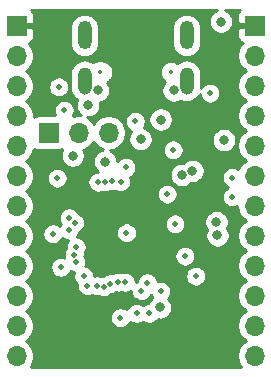
<source format=gbr>
%TF.GenerationSoftware,KiCad,Pcbnew,6.0.0*%
%TF.CreationDate,2022-01-30T15:16:09-05:00*%
%TF.ProjectId,stm32wb55ce_development_board,73746d33-3277-4623-9535-63655f646576,rev?*%
%TF.SameCoordinates,Original*%
%TF.FileFunction,Copper,L2,Inr*%
%TF.FilePolarity,Positive*%
%FSLAX46Y46*%
G04 Gerber Fmt 4.6, Leading zero omitted, Abs format (unit mm)*
G04 Created by KiCad (PCBNEW 6.0.0) date 2022-01-30 15:16:09*
%MOMM*%
%LPD*%
G01*
G04 APERTURE LIST*
%TA.AperFunction,ComponentPad*%
%ADD10R,1.700000X1.700000*%
%TD*%
%TA.AperFunction,ComponentPad*%
%ADD11O,1.700000X1.700000*%
%TD*%
%TA.AperFunction,ComponentPad*%
%ADD12O,1.200000X2.400000*%
%TD*%
%TA.AperFunction,ComponentPad*%
%ADD13O,1.158000X2.316000*%
%TD*%
%TA.AperFunction,ViaPad*%
%ADD14C,0.800000*%
%TD*%
%TA.AperFunction,ViaPad*%
%ADD15C,0.500000*%
%TD*%
%TA.AperFunction,Conductor*%
%ADD16C,0.254000*%
%TD*%
%ADD17C,0.350000*%
%ADD18C,0.250000*%
%ADD19O,0.650000X1.950000*%
%ADD20O,0.650000X1.650000*%
G04 APERTURE END LIST*
D10*
%TO.N,+3V3*%
%TO.C,J3*%
X175920000Y-64480000D03*
D11*
%TO.N,GND*%
X175920000Y-67020000D03*
%TO.N,/PA15*%
X175920000Y-69560000D03*
%TO.N,/PB0*%
X175920000Y-72100000D03*
%TO.N,/PB1*%
X175920000Y-74640000D03*
%TO.N,/PA10*%
X175920000Y-77180000D03*
%TO.N,/PB4*%
X175920000Y-79720000D03*
%TO.N,/PB5*%
X175920000Y-82260000D03*
%TO.N,/PB6*%
X175920000Y-84800000D03*
%TO.N,/PB7*%
X175920000Y-87340000D03*
%TO.N,/PB8*%
X175920000Y-89880000D03*
%TO.N,/PB9*%
X175920000Y-92420000D03*
%TD*%
D10*
%TO.N,+3V3*%
%TO.C,J1*%
X155740000Y-64520000D03*
D11*
%TO.N,GND*%
X155740000Y-67060000D03*
%TO.N,/PA0*%
X155740000Y-69600000D03*
%TO.N,/PA1*%
X155740000Y-72140000D03*
%TO.N,/PA2*%
X155740000Y-74680000D03*
%TO.N,/PA3*%
X155740000Y-77220000D03*
%TO.N,/PA4*%
X155740000Y-79760000D03*
%TO.N,/PA5*%
X155740000Y-82300000D03*
%TO.N,/PA6*%
X155740000Y-84840000D03*
%TO.N,/PA7*%
X155740000Y-87380000D03*
%TO.N,/PA8*%
X155740000Y-89920000D03*
%TO.N,/PA9*%
X155740000Y-92460000D03*
%TD*%
D10*
%TO.N,GND*%
%TO.C,J4*%
X158450000Y-73550000D03*
D11*
%TO.N,/PA14*%
X160990000Y-73550000D03*
%TO.N,/PA13*%
X163530000Y-73550000D03*
%TD*%
D12*
%TO.N,Net-(J2-PadS6)*%
%TO.C,J2*%
X161505000Y-65325000D03*
%TO.N,Net-(J2-PadS5)*%
X170145000Y-65325000D03*
D13*
%TO.N,Net-(J2-PadS4)*%
X161505000Y-69150000D03*
%TO.N,Net-(J2-PadS3)*%
X170145000Y-69150000D03*
%TD*%
D14*
%TO.N,GND*%
X166240000Y-74110000D03*
D15*
X169160005Y-81280000D03*
X165050000Y-82030000D03*
D14*
X161800000Y-71230000D03*
X170630000Y-76790000D03*
X160500000Y-75500000D03*
X169740000Y-77120000D03*
X172660000Y-81120000D03*
X173300000Y-74190000D03*
X167950000Y-72440000D03*
X172750000Y-82250000D03*
X163250000Y-76000000D03*
D15*
X169000000Y-75000000D03*
X165900000Y-88850000D03*
X164530000Y-89210000D03*
X167000000Y-88850000D03*
D14*
X167880000Y-88340000D03*
D15*
X166810000Y-86250000D03*
X159185000Y-77400000D03*
X158800000Y-82100000D03*
X159485464Y-84962744D03*
X170900000Y-85700000D03*
%TO.N,+3V3*%
X161750000Y-77000000D03*
D14*
X174250000Y-76000000D03*
D15*
X161250000Y-77250000D03*
D14*
X170520000Y-78850000D03*
X171870000Y-79330000D03*
X167060000Y-75900000D03*
D15*
X164485618Y-87545618D03*
X165930000Y-87830000D03*
X158100000Y-85300000D03*
%TO.N,/RF1*%
X166300000Y-86960000D03*
X167957103Y-86992897D03*
%TO.N,/PB7*%
X162633920Y-77733614D03*
%TO.N,/PB6*%
X163233456Y-77709731D03*
%TO.N,/PB5*%
X163827143Y-77622842D03*
%TO.N,/PB4*%
X164546156Y-77703854D03*
%TO.N,/PA15*%
X165000000Y-76500000D03*
%TO.N,/PA10*%
X168500000Y-78750000D03*
%TO.N,/PB0*%
X170000000Y-84000000D03*
X174000000Y-79000000D03*
X174000000Y-77350000D03*
%TO.N,/PA9*%
X164963226Y-86222957D03*
%TO.N,/PA8*%
X164344976Y-86207900D03*
%TO.N,/PA1*%
X160620006Y-83869996D03*
%TO.N,/PA0*%
X160793315Y-83250010D03*
%TO.N,/RESET*%
X165800000Y-72600000D03*
%TO.N,/PB9*%
X160180002Y-81780000D03*
%TO.N,/PB8*%
X160667281Y-81181854D03*
%TO.N,/PA7*%
X163671457Y-86336682D03*
%TO.N,/PA6*%
X163124335Y-86582997D03*
%TO.N,/PA5*%
X162527921Y-86517385D03*
%TO.N,/PA4*%
X161750000Y-86500000D03*
%TO.N,/PA3*%
X161434517Y-85728421D03*
%TO.N,/PA2*%
X160750000Y-84500000D03*
D14*
%TO.N,GND*%
X173050000Y-64150000D03*
D15*
X159300000Y-69675000D03*
D14*
X162625000Y-69975000D03*
X169050000Y-69975000D03*
%TO.N,+3V3*%
X158625000Y-64175000D03*
D15*
%TO.N,/BOOT0*%
X160200000Y-80755000D03*
X159775000Y-71650000D03*
%TO.N,/RESET*%
X172125000Y-70200000D03*
%TD*%
%TO.N,+3V3*%
D16*
X174618815Y-63178815D02*
X174539463Y-63275506D01*
X174480498Y-63385820D01*
X174444188Y-63505518D01*
X174431928Y-63630000D01*
X174435000Y-64194250D01*
X174593750Y-64353000D01*
X175793000Y-64353000D01*
X175793000Y-64333000D01*
X176047000Y-64333000D01*
X176047000Y-64353000D01*
X176067000Y-64353000D01*
X176067000Y-64607000D01*
X176047000Y-64607000D01*
X176047000Y-64627000D01*
X175793000Y-64627000D01*
X175793000Y-64607000D01*
X174593750Y-64607000D01*
X174435000Y-64765750D01*
X174431928Y-65330000D01*
X174444188Y-65454482D01*
X174480498Y-65574180D01*
X174539463Y-65684494D01*
X174618815Y-65781185D01*
X174715506Y-65860537D01*
X174825820Y-65919502D01*
X174898380Y-65941513D01*
X174766525Y-66073368D01*
X174604010Y-66316589D01*
X174492068Y-66586842D01*
X174435000Y-66873740D01*
X174435000Y-67166260D01*
X174492068Y-67453158D01*
X174604010Y-67723411D01*
X174766525Y-67966632D01*
X174973368Y-68173475D01*
X175147760Y-68290000D01*
X174973368Y-68406525D01*
X174766525Y-68613368D01*
X174604010Y-68856589D01*
X174492068Y-69126842D01*
X174435000Y-69413740D01*
X174435000Y-69706260D01*
X174492068Y-69993158D01*
X174604010Y-70263411D01*
X174766525Y-70506632D01*
X174973368Y-70713475D01*
X175147760Y-70830000D01*
X174973368Y-70946525D01*
X174766525Y-71153368D01*
X174604010Y-71396589D01*
X174492068Y-71666842D01*
X174435000Y-71953740D01*
X174435000Y-72246260D01*
X174492068Y-72533158D01*
X174604010Y-72803411D01*
X174766525Y-73046632D01*
X174973368Y-73253475D01*
X175147760Y-73370000D01*
X174973368Y-73486525D01*
X174766525Y-73693368D01*
X174604010Y-73936589D01*
X174492068Y-74206842D01*
X174435000Y-74493740D01*
X174435000Y-74786260D01*
X174492068Y-75073158D01*
X174604010Y-75343411D01*
X174766525Y-75586632D01*
X174973368Y-75793475D01*
X175147760Y-75910000D01*
X174973368Y-76026525D01*
X174766525Y-76233368D01*
X174604010Y-76476589D01*
X174535032Y-76643117D01*
X174419205Y-76565723D01*
X174258145Y-76499010D01*
X174087165Y-76465000D01*
X173912835Y-76465000D01*
X173741855Y-76499010D01*
X173580795Y-76565723D01*
X173435845Y-76662576D01*
X173312576Y-76785845D01*
X173215723Y-76930795D01*
X173149010Y-77091855D01*
X173115000Y-77262835D01*
X173115000Y-77437165D01*
X173149010Y-77608145D01*
X173215723Y-77769205D01*
X173312576Y-77914155D01*
X173435845Y-78037424D01*
X173580795Y-78134277D01*
X173679109Y-78175000D01*
X173580795Y-78215723D01*
X173435845Y-78312576D01*
X173312576Y-78435845D01*
X173215723Y-78580795D01*
X173149010Y-78741855D01*
X173115000Y-78912835D01*
X173115000Y-79087165D01*
X173149010Y-79258145D01*
X173215723Y-79419205D01*
X173312576Y-79564155D01*
X173435845Y-79687424D01*
X173580795Y-79784277D01*
X173741855Y-79850990D01*
X173912835Y-79885000D01*
X174087165Y-79885000D01*
X174258145Y-79850990D01*
X174419205Y-79784277D01*
X174435000Y-79773723D01*
X174435000Y-79866260D01*
X174492068Y-80153158D01*
X174604010Y-80423411D01*
X174766525Y-80666632D01*
X174973368Y-80873475D01*
X175147760Y-80990000D01*
X174973368Y-81106525D01*
X174766525Y-81313368D01*
X174604010Y-81556589D01*
X174492068Y-81826842D01*
X174435000Y-82113740D01*
X174435000Y-82406260D01*
X174492068Y-82693158D01*
X174604010Y-82963411D01*
X174766525Y-83206632D01*
X174973368Y-83413475D01*
X175147760Y-83530000D01*
X174973368Y-83646525D01*
X174766525Y-83853368D01*
X174604010Y-84096589D01*
X174492068Y-84366842D01*
X174435000Y-84653740D01*
X174435000Y-84946260D01*
X174492068Y-85233158D01*
X174604010Y-85503411D01*
X174766525Y-85746632D01*
X174973368Y-85953475D01*
X175147760Y-86070000D01*
X174973368Y-86186525D01*
X174766525Y-86393368D01*
X174604010Y-86636589D01*
X174492068Y-86906842D01*
X174435000Y-87193740D01*
X174435000Y-87486260D01*
X174492068Y-87773158D01*
X174604010Y-88043411D01*
X174766525Y-88286632D01*
X174973368Y-88493475D01*
X175147760Y-88610000D01*
X174973368Y-88726525D01*
X174766525Y-88933368D01*
X174604010Y-89176589D01*
X174492068Y-89446842D01*
X174435000Y-89733740D01*
X174435000Y-90026260D01*
X174492068Y-90313158D01*
X174604010Y-90583411D01*
X174766525Y-90826632D01*
X174973368Y-91033475D01*
X175147760Y-91150000D01*
X174973368Y-91266525D01*
X174766525Y-91473368D01*
X174604010Y-91716589D01*
X174492068Y-91986842D01*
X174435000Y-92273740D01*
X174435000Y-92566260D01*
X174492068Y-92853158D01*
X174604010Y-93123411D01*
X174755412Y-93350000D01*
X156931315Y-93350000D01*
X157055990Y-93163411D01*
X157167932Y-92893158D01*
X157225000Y-92606260D01*
X157225000Y-92313740D01*
X157167932Y-92026842D01*
X157055990Y-91756589D01*
X156893475Y-91513368D01*
X156686632Y-91306525D01*
X156512240Y-91190000D01*
X156686632Y-91073475D01*
X156893475Y-90866632D01*
X157055990Y-90623411D01*
X157167932Y-90353158D01*
X157225000Y-90066260D01*
X157225000Y-89773740D01*
X157167932Y-89486842D01*
X157055990Y-89216589D01*
X156893475Y-88973368D01*
X156686632Y-88766525D01*
X156512240Y-88650000D01*
X156686632Y-88533475D01*
X156893475Y-88326632D01*
X157055990Y-88083411D01*
X157167932Y-87813158D01*
X157225000Y-87526260D01*
X157225000Y-87233740D01*
X157167932Y-86946842D01*
X157055990Y-86676589D01*
X156893475Y-86433368D01*
X156686632Y-86226525D01*
X156512240Y-86110000D01*
X156686632Y-85993475D01*
X156893475Y-85786632D01*
X157055990Y-85543411D01*
X157167932Y-85273158D01*
X157225000Y-84986260D01*
X157225000Y-84693740D01*
X157167932Y-84406842D01*
X157055990Y-84136589D01*
X156893475Y-83893368D01*
X156686632Y-83686525D01*
X156512240Y-83570000D01*
X156686632Y-83453475D01*
X156893475Y-83246632D01*
X157055990Y-83003411D01*
X157167932Y-82733158D01*
X157225000Y-82446260D01*
X157225000Y-82153740D01*
X157196973Y-82012835D01*
X157915000Y-82012835D01*
X157915000Y-82187165D01*
X157949010Y-82358145D01*
X158015723Y-82519205D01*
X158112576Y-82664155D01*
X158235845Y-82787424D01*
X158380795Y-82884277D01*
X158541855Y-82950990D01*
X158712835Y-82985000D01*
X158887165Y-82985000D01*
X159058145Y-82950990D01*
X159219205Y-82884277D01*
X159364155Y-82787424D01*
X159487424Y-82664155D01*
X159584277Y-82519205D01*
X159608690Y-82460267D01*
X159615847Y-82467424D01*
X159760797Y-82564277D01*
X159921857Y-82630990D01*
X160092837Y-82665000D01*
X160126746Y-82665000D01*
X160105891Y-82685855D01*
X160009038Y-82830805D01*
X159942325Y-82991865D01*
X159908315Y-83162845D01*
X159908315Y-83337175D01*
X159909079Y-83341016D01*
X159835729Y-83450791D01*
X159769016Y-83611851D01*
X159735006Y-83782831D01*
X159735006Y-83957161D01*
X159767745Y-84121751D01*
X159743609Y-84111754D01*
X159572629Y-84077744D01*
X159398299Y-84077744D01*
X159227319Y-84111754D01*
X159066259Y-84178467D01*
X158921309Y-84275320D01*
X158798040Y-84398589D01*
X158701187Y-84543539D01*
X158634474Y-84704599D01*
X158600464Y-84875579D01*
X158600464Y-85049909D01*
X158634474Y-85220889D01*
X158701187Y-85381949D01*
X158798040Y-85526899D01*
X158921309Y-85650168D01*
X159066259Y-85747021D01*
X159227319Y-85813734D01*
X159398299Y-85847744D01*
X159572629Y-85847744D01*
X159743609Y-85813734D01*
X159904669Y-85747021D01*
X160049619Y-85650168D01*
X160172888Y-85526899D01*
X160269741Y-85381949D01*
X160314663Y-85273498D01*
X160330795Y-85284277D01*
X160491855Y-85350990D01*
X160622198Y-85376917D01*
X160583527Y-85470276D01*
X160549517Y-85641256D01*
X160549517Y-85815586D01*
X160583527Y-85986566D01*
X160650240Y-86147626D01*
X160747093Y-86292576D01*
X160865390Y-86410873D01*
X160865000Y-86412835D01*
X160865000Y-86587165D01*
X160899010Y-86758145D01*
X160965723Y-86919205D01*
X161062576Y-87064155D01*
X161185845Y-87187424D01*
X161330795Y-87284277D01*
X161491855Y-87350990D01*
X161662835Y-87385000D01*
X161837165Y-87385000D01*
X162008145Y-87350990D01*
X162117975Y-87305497D01*
X162269776Y-87368375D01*
X162440756Y-87402385D01*
X162615086Y-87402385D01*
X162733183Y-87378894D01*
X162866190Y-87433987D01*
X163037170Y-87467997D01*
X163211500Y-87467997D01*
X163382480Y-87433987D01*
X163543540Y-87367274D01*
X163688490Y-87270421D01*
X163737229Y-87221682D01*
X163758622Y-87221682D01*
X163929602Y-87187672D01*
X164090662Y-87120959D01*
X164161366Y-87073716D01*
X164257811Y-87092900D01*
X164432141Y-87092900D01*
X164603121Y-87058890D01*
X164635926Y-87045302D01*
X164705081Y-87073947D01*
X164876061Y-87107957D01*
X165050391Y-87107957D01*
X165221371Y-87073947D01*
X165382431Y-87007234D01*
X165415000Y-86985472D01*
X165415000Y-87047165D01*
X165449010Y-87218145D01*
X165515723Y-87379205D01*
X165612576Y-87524155D01*
X165735845Y-87647424D01*
X165880795Y-87744277D01*
X166041855Y-87810990D01*
X166212835Y-87845000D01*
X166387165Y-87845000D01*
X166558145Y-87810990D01*
X166719205Y-87744277D01*
X166864155Y-87647424D01*
X166987424Y-87524155D01*
X167084277Y-87379205D01*
X167121738Y-87288765D01*
X167172826Y-87412102D01*
X167244719Y-87519697D01*
X167220226Y-87536063D01*
X167076063Y-87680226D01*
X166962795Y-87849744D01*
X166915054Y-87965000D01*
X166912835Y-87965000D01*
X166741855Y-87999010D01*
X166580795Y-88065723D01*
X166450000Y-88153118D01*
X166319205Y-88065723D01*
X166158145Y-87999010D01*
X165987165Y-87965000D01*
X165812835Y-87965000D01*
X165641855Y-87999010D01*
X165480795Y-88065723D01*
X165335845Y-88162576D01*
X165212576Y-88285845D01*
X165115723Y-88430795D01*
X165081272Y-88513968D01*
X164949205Y-88425723D01*
X164788145Y-88359010D01*
X164617165Y-88325000D01*
X164442835Y-88325000D01*
X164271855Y-88359010D01*
X164110795Y-88425723D01*
X163965845Y-88522576D01*
X163842576Y-88645845D01*
X163745723Y-88790795D01*
X163679010Y-88951855D01*
X163645000Y-89122835D01*
X163645000Y-89297165D01*
X163679010Y-89468145D01*
X163745723Y-89629205D01*
X163842576Y-89774155D01*
X163965845Y-89897424D01*
X164110795Y-89994277D01*
X164271855Y-90060990D01*
X164442835Y-90095000D01*
X164617165Y-90095000D01*
X164788145Y-90060990D01*
X164949205Y-89994277D01*
X165094155Y-89897424D01*
X165217424Y-89774155D01*
X165314277Y-89629205D01*
X165348728Y-89546032D01*
X165480795Y-89634277D01*
X165641855Y-89700990D01*
X165812835Y-89735000D01*
X165987165Y-89735000D01*
X166158145Y-89700990D01*
X166319205Y-89634277D01*
X166450000Y-89546882D01*
X166580795Y-89634277D01*
X166741855Y-89700990D01*
X166912835Y-89735000D01*
X167087165Y-89735000D01*
X167258145Y-89700990D01*
X167419205Y-89634277D01*
X167564155Y-89537424D01*
X167687424Y-89414155D01*
X167721151Y-89363680D01*
X167778061Y-89375000D01*
X167981939Y-89375000D01*
X168181898Y-89335226D01*
X168370256Y-89257205D01*
X168539774Y-89143937D01*
X168683937Y-88999774D01*
X168797205Y-88830256D01*
X168875226Y-88641898D01*
X168915000Y-88441939D01*
X168915000Y-88238061D01*
X168875226Y-88038102D01*
X168797205Y-87849744D01*
X168683937Y-87680226D01*
X168602645Y-87598934D01*
X168644527Y-87557052D01*
X168741380Y-87412102D01*
X168808093Y-87251042D01*
X168842103Y-87080062D01*
X168842103Y-86905732D01*
X168808093Y-86734752D01*
X168741380Y-86573692D01*
X168644527Y-86428742D01*
X168521258Y-86305473D01*
X168376308Y-86208620D01*
X168215248Y-86141907D01*
X168044268Y-86107897D01*
X167869938Y-86107897D01*
X167698958Y-86141907D01*
X167691455Y-86145015D01*
X167660990Y-85991855D01*
X167594277Y-85830795D01*
X167497424Y-85685845D01*
X167424414Y-85612835D01*
X170015000Y-85612835D01*
X170015000Y-85787165D01*
X170049010Y-85958145D01*
X170115723Y-86119205D01*
X170212576Y-86264155D01*
X170335845Y-86387424D01*
X170480795Y-86484277D01*
X170641855Y-86550990D01*
X170812835Y-86585000D01*
X170987165Y-86585000D01*
X171158145Y-86550990D01*
X171319205Y-86484277D01*
X171464155Y-86387424D01*
X171587424Y-86264155D01*
X171684277Y-86119205D01*
X171750990Y-85958145D01*
X171785000Y-85787165D01*
X171785000Y-85612835D01*
X171750990Y-85441855D01*
X171684277Y-85280795D01*
X171587424Y-85135845D01*
X171464155Y-85012576D01*
X171319205Y-84915723D01*
X171158145Y-84849010D01*
X170987165Y-84815000D01*
X170812835Y-84815000D01*
X170641855Y-84849010D01*
X170480795Y-84915723D01*
X170335845Y-85012576D01*
X170212576Y-85135845D01*
X170115723Y-85280795D01*
X170049010Y-85441855D01*
X170015000Y-85612835D01*
X167424414Y-85612835D01*
X167374155Y-85562576D01*
X167229205Y-85465723D01*
X167068145Y-85399010D01*
X166897165Y-85365000D01*
X166722835Y-85365000D01*
X166551855Y-85399010D01*
X166390795Y-85465723D01*
X166245845Y-85562576D01*
X166122576Y-85685845D01*
X166025723Y-85830795D01*
X165959010Y-85991855D01*
X165926175Y-86156926D01*
X165880795Y-86175723D01*
X165848226Y-86197485D01*
X165848226Y-86135792D01*
X165814216Y-85964812D01*
X165747503Y-85803752D01*
X165650650Y-85658802D01*
X165527381Y-85535533D01*
X165382431Y-85438680D01*
X165221371Y-85371967D01*
X165050391Y-85337957D01*
X164876061Y-85337957D01*
X164705081Y-85371967D01*
X164672276Y-85385555D01*
X164603121Y-85356910D01*
X164432141Y-85322900D01*
X164257811Y-85322900D01*
X164086831Y-85356910D01*
X163925771Y-85423623D01*
X163855067Y-85470866D01*
X163758622Y-85451682D01*
X163584292Y-85451682D01*
X163413312Y-85485692D01*
X163252252Y-85552405D01*
X163107302Y-85649258D01*
X163058563Y-85697997D01*
X163037170Y-85697997D01*
X162919073Y-85721488D01*
X162786066Y-85666395D01*
X162615086Y-85632385D01*
X162440756Y-85632385D01*
X162319517Y-85656501D01*
X162319517Y-85641256D01*
X162285507Y-85470276D01*
X162218794Y-85309216D01*
X162121941Y-85164266D01*
X161998672Y-85040997D01*
X161853722Y-84944144D01*
X161692662Y-84877431D01*
X161562319Y-84851504D01*
X161600990Y-84758145D01*
X161635000Y-84587165D01*
X161635000Y-84412835D01*
X161600990Y-84241855D01*
X161534277Y-84080795D01*
X161492770Y-84018676D01*
X161505006Y-83957161D01*
X161505006Y-83912835D01*
X169115000Y-83912835D01*
X169115000Y-84087165D01*
X169149010Y-84258145D01*
X169215723Y-84419205D01*
X169312576Y-84564155D01*
X169435845Y-84687424D01*
X169580795Y-84784277D01*
X169741855Y-84850990D01*
X169912835Y-84885000D01*
X170087165Y-84885000D01*
X170258145Y-84850990D01*
X170419205Y-84784277D01*
X170564155Y-84687424D01*
X170687424Y-84564155D01*
X170784277Y-84419205D01*
X170850990Y-84258145D01*
X170885000Y-84087165D01*
X170885000Y-83912835D01*
X170850990Y-83741855D01*
X170784277Y-83580795D01*
X170687424Y-83435845D01*
X170564155Y-83312576D01*
X170419205Y-83215723D01*
X170258145Y-83149010D01*
X170087165Y-83115000D01*
X169912835Y-83115000D01*
X169741855Y-83149010D01*
X169580795Y-83215723D01*
X169435845Y-83312576D01*
X169312576Y-83435845D01*
X169215723Y-83580795D01*
X169149010Y-83741855D01*
X169115000Y-83912835D01*
X161505006Y-83912835D01*
X161505006Y-83782831D01*
X161504242Y-83778990D01*
X161577592Y-83669215D01*
X161644305Y-83508155D01*
X161678315Y-83337175D01*
X161678315Y-83162845D01*
X161644305Y-82991865D01*
X161577592Y-82830805D01*
X161480739Y-82685855D01*
X161357470Y-82562586D01*
X161212520Y-82465733D01*
X161051460Y-82399020D01*
X160880480Y-82365010D01*
X160846571Y-82365010D01*
X160867426Y-82344155D01*
X160964279Y-82199205D01*
X161030992Y-82038145D01*
X161041620Y-81984715D01*
X161086486Y-81966131D01*
X161121350Y-81942835D01*
X164165000Y-81942835D01*
X164165000Y-82117165D01*
X164199010Y-82288145D01*
X164265723Y-82449205D01*
X164362576Y-82594155D01*
X164485845Y-82717424D01*
X164630795Y-82814277D01*
X164791855Y-82880990D01*
X164962835Y-82915000D01*
X165137165Y-82915000D01*
X165308145Y-82880990D01*
X165469205Y-82814277D01*
X165614155Y-82717424D01*
X165737424Y-82594155D01*
X165834277Y-82449205D01*
X165900990Y-82288145D01*
X165935000Y-82117165D01*
X165935000Y-81942835D01*
X165900990Y-81771855D01*
X165834277Y-81610795D01*
X165737424Y-81465845D01*
X165614155Y-81342576D01*
X165469205Y-81245723D01*
X165341522Y-81192835D01*
X168275005Y-81192835D01*
X168275005Y-81367165D01*
X168309015Y-81538145D01*
X168375728Y-81699205D01*
X168472581Y-81844155D01*
X168595850Y-81967424D01*
X168740800Y-82064277D01*
X168901860Y-82130990D01*
X169072840Y-82165000D01*
X169247170Y-82165000D01*
X169418150Y-82130990D01*
X169579210Y-82064277D01*
X169724160Y-81967424D01*
X169847429Y-81844155D01*
X169944282Y-81699205D01*
X170010995Y-81538145D01*
X170045005Y-81367165D01*
X170045005Y-81192835D01*
X170010995Y-81021855D01*
X170009424Y-81018061D01*
X171625000Y-81018061D01*
X171625000Y-81221939D01*
X171664774Y-81421898D01*
X171742795Y-81610256D01*
X171837737Y-81752347D01*
X171832795Y-81759744D01*
X171754774Y-81948102D01*
X171715000Y-82148061D01*
X171715000Y-82351939D01*
X171754774Y-82551898D01*
X171832795Y-82740256D01*
X171946063Y-82909774D01*
X172090226Y-83053937D01*
X172259744Y-83167205D01*
X172448102Y-83245226D01*
X172648061Y-83285000D01*
X172851939Y-83285000D01*
X173051898Y-83245226D01*
X173240256Y-83167205D01*
X173409774Y-83053937D01*
X173553937Y-82909774D01*
X173667205Y-82740256D01*
X173745226Y-82551898D01*
X173785000Y-82351939D01*
X173785000Y-82148061D01*
X173745226Y-81948102D01*
X173667205Y-81759744D01*
X173572263Y-81617653D01*
X173577205Y-81610256D01*
X173655226Y-81421898D01*
X173695000Y-81221939D01*
X173695000Y-81018061D01*
X173655226Y-80818102D01*
X173577205Y-80629744D01*
X173463937Y-80460226D01*
X173319774Y-80316063D01*
X173150256Y-80202795D01*
X172961898Y-80124774D01*
X172761939Y-80085000D01*
X172558061Y-80085000D01*
X172358102Y-80124774D01*
X172169744Y-80202795D01*
X172000226Y-80316063D01*
X171856063Y-80460226D01*
X171742795Y-80629744D01*
X171664774Y-80818102D01*
X171625000Y-81018061D01*
X170009424Y-81018061D01*
X169944282Y-80860795D01*
X169847429Y-80715845D01*
X169724160Y-80592576D01*
X169579210Y-80495723D01*
X169418150Y-80429010D01*
X169247170Y-80395000D01*
X169072840Y-80395000D01*
X168901860Y-80429010D01*
X168740800Y-80495723D01*
X168595850Y-80592576D01*
X168472581Y-80715845D01*
X168375728Y-80860795D01*
X168309015Y-81021855D01*
X168275005Y-81192835D01*
X165341522Y-81192835D01*
X165308145Y-81179010D01*
X165137165Y-81145000D01*
X164962835Y-81145000D01*
X164791855Y-81179010D01*
X164630795Y-81245723D01*
X164485845Y-81342576D01*
X164362576Y-81465845D01*
X164265723Y-81610795D01*
X164199010Y-81771855D01*
X164165000Y-81942835D01*
X161121350Y-81942835D01*
X161231436Y-81869278D01*
X161354705Y-81746009D01*
X161451558Y-81601059D01*
X161518271Y-81439999D01*
X161552281Y-81269019D01*
X161552281Y-81094689D01*
X161518271Y-80923709D01*
X161451558Y-80762649D01*
X161354705Y-80617699D01*
X161231436Y-80494430D01*
X161086486Y-80397577D01*
X160994000Y-80359268D01*
X160984277Y-80335795D01*
X160887424Y-80190845D01*
X160764155Y-80067576D01*
X160619205Y-79970723D01*
X160458145Y-79904010D01*
X160287165Y-79870000D01*
X160112835Y-79870000D01*
X159941855Y-79904010D01*
X159780795Y-79970723D01*
X159635845Y-80067576D01*
X159512576Y-80190845D01*
X159415723Y-80335795D01*
X159349010Y-80496855D01*
X159315000Y-80667835D01*
X159315000Y-80842165D01*
X159349010Y-81013145D01*
X159415723Y-81174205D01*
X159468062Y-81252536D01*
X159395725Y-81360795D01*
X159371312Y-81419733D01*
X159364155Y-81412576D01*
X159219205Y-81315723D01*
X159058145Y-81249010D01*
X158887165Y-81215000D01*
X158712835Y-81215000D01*
X158541855Y-81249010D01*
X158380795Y-81315723D01*
X158235845Y-81412576D01*
X158112576Y-81535845D01*
X158015723Y-81680795D01*
X157949010Y-81841855D01*
X157915000Y-82012835D01*
X157196973Y-82012835D01*
X157167932Y-81866842D01*
X157055990Y-81596589D01*
X156893475Y-81353368D01*
X156686632Y-81146525D01*
X156512240Y-81030000D01*
X156686632Y-80913475D01*
X156893475Y-80706632D01*
X157055990Y-80463411D01*
X157167932Y-80193158D01*
X157225000Y-79906260D01*
X157225000Y-79613740D01*
X157167932Y-79326842D01*
X157055990Y-79056589D01*
X156893475Y-78813368D01*
X156742942Y-78662835D01*
X167615000Y-78662835D01*
X167615000Y-78837165D01*
X167649010Y-79008145D01*
X167715723Y-79169205D01*
X167812576Y-79314155D01*
X167935845Y-79437424D01*
X168080795Y-79534277D01*
X168241855Y-79600990D01*
X168412835Y-79635000D01*
X168587165Y-79635000D01*
X168758145Y-79600990D01*
X168919205Y-79534277D01*
X169064155Y-79437424D01*
X169187424Y-79314155D01*
X169284277Y-79169205D01*
X169350990Y-79008145D01*
X169385000Y-78837165D01*
X169385000Y-78662835D01*
X169350990Y-78491855D01*
X169284277Y-78330795D01*
X169187424Y-78185845D01*
X169064155Y-78062576D01*
X168919205Y-77965723D01*
X168758145Y-77899010D01*
X168587165Y-77865000D01*
X168412835Y-77865000D01*
X168241855Y-77899010D01*
X168080795Y-77965723D01*
X167935845Y-78062576D01*
X167812576Y-78185845D01*
X167715723Y-78330795D01*
X167649010Y-78491855D01*
X167615000Y-78662835D01*
X156742942Y-78662835D01*
X156686632Y-78606525D01*
X156512240Y-78490000D01*
X156686632Y-78373475D01*
X156893475Y-78166632D01*
X157055990Y-77923411D01*
X157167932Y-77653158D01*
X157225000Y-77366260D01*
X157225000Y-77312835D01*
X158300000Y-77312835D01*
X158300000Y-77487165D01*
X158334010Y-77658145D01*
X158400723Y-77819205D01*
X158497576Y-77964155D01*
X158620845Y-78087424D01*
X158765795Y-78184277D01*
X158926855Y-78250990D01*
X159097835Y-78285000D01*
X159272165Y-78285000D01*
X159443145Y-78250990D01*
X159604205Y-78184277D01*
X159749155Y-78087424D01*
X159872424Y-77964155D01*
X159969277Y-77819205D01*
X160035990Y-77658145D01*
X160070000Y-77487165D01*
X160070000Y-77312835D01*
X160035990Y-77141855D01*
X159969277Y-76980795D01*
X159872424Y-76835845D01*
X159749155Y-76712576D01*
X159604205Y-76615723D01*
X159443145Y-76549010D01*
X159272165Y-76515000D01*
X159097835Y-76515000D01*
X158926855Y-76549010D01*
X158765795Y-76615723D01*
X158620845Y-76712576D01*
X158497576Y-76835845D01*
X158400723Y-76980795D01*
X158334010Y-77141855D01*
X158300000Y-77312835D01*
X157225000Y-77312835D01*
X157225000Y-77073740D01*
X157167932Y-76786842D01*
X157055990Y-76516589D01*
X156893475Y-76273368D01*
X156686632Y-76066525D01*
X156512240Y-75950000D01*
X156686632Y-75833475D01*
X156893475Y-75626632D01*
X157055990Y-75383411D01*
X157167932Y-75113158D01*
X157210046Y-74901436D01*
X157245506Y-74930537D01*
X157355820Y-74989502D01*
X157475518Y-75025812D01*
X157600000Y-75038072D01*
X159300000Y-75038072D01*
X159424482Y-75025812D01*
X159544180Y-74989502D01*
X159625288Y-74946148D01*
X159582795Y-75009744D01*
X159504774Y-75198102D01*
X159465000Y-75398061D01*
X159465000Y-75601939D01*
X159504774Y-75801898D01*
X159582795Y-75990256D01*
X159696063Y-76159774D01*
X159840226Y-76303937D01*
X160009744Y-76417205D01*
X160198102Y-76495226D01*
X160398061Y-76535000D01*
X160601939Y-76535000D01*
X160801898Y-76495226D01*
X160990256Y-76417205D01*
X161159774Y-76303937D01*
X161303937Y-76159774D01*
X161417205Y-75990256D01*
X161495226Y-75801898D01*
X161535000Y-75601939D01*
X161535000Y-75398061D01*
X161495226Y-75198102D01*
X161417205Y-75009744D01*
X161399141Y-74982709D01*
X161423158Y-74977932D01*
X161693411Y-74865990D01*
X161936632Y-74703475D01*
X162143475Y-74496632D01*
X162260000Y-74322240D01*
X162376525Y-74496632D01*
X162583368Y-74703475D01*
X162826589Y-74865990D01*
X163092367Y-74976078D01*
X162948102Y-75004774D01*
X162759744Y-75082795D01*
X162590226Y-75196063D01*
X162446063Y-75340226D01*
X162332795Y-75509744D01*
X162254774Y-75698102D01*
X162215000Y-75898061D01*
X162215000Y-76101939D01*
X162254774Y-76301898D01*
X162332795Y-76490256D01*
X162446063Y-76659774D01*
X162590226Y-76803937D01*
X162657090Y-76848614D01*
X162546755Y-76848614D01*
X162375775Y-76882624D01*
X162214715Y-76949337D01*
X162069765Y-77046190D01*
X161946496Y-77169459D01*
X161849643Y-77314409D01*
X161782930Y-77475469D01*
X161748920Y-77646449D01*
X161748920Y-77820779D01*
X161782930Y-77991759D01*
X161849643Y-78152819D01*
X161946496Y-78297769D01*
X162069765Y-78421038D01*
X162214715Y-78517891D01*
X162375775Y-78584604D01*
X162546755Y-78618614D01*
X162721085Y-78618614D01*
X162892065Y-78584604D01*
X162962517Y-78555422D01*
X162975311Y-78560721D01*
X163146291Y-78594731D01*
X163320621Y-78594731D01*
X163491601Y-78560721D01*
X163652661Y-78494008D01*
X163656737Y-78491284D01*
X163739978Y-78507842D01*
X163914308Y-78507842D01*
X164085288Y-78473832D01*
X164097797Y-78468651D01*
X164126951Y-78488131D01*
X164288011Y-78554844D01*
X164458991Y-78588854D01*
X164633321Y-78588854D01*
X164804301Y-78554844D01*
X164965361Y-78488131D01*
X165110311Y-78391278D01*
X165233580Y-78268009D01*
X165330433Y-78123059D01*
X165397146Y-77961999D01*
X165431156Y-77791019D01*
X165431156Y-77616689D01*
X165397146Y-77445709D01*
X165343302Y-77315717D01*
X165419205Y-77284277D01*
X165564155Y-77187424D01*
X165687424Y-77064155D01*
X165718223Y-77018061D01*
X168705000Y-77018061D01*
X168705000Y-77221939D01*
X168744774Y-77421898D01*
X168822795Y-77610256D01*
X168936063Y-77779774D01*
X169080226Y-77923937D01*
X169249744Y-78037205D01*
X169438102Y-78115226D01*
X169638061Y-78155000D01*
X169841939Y-78155000D01*
X170041898Y-78115226D01*
X170230256Y-78037205D01*
X170399774Y-77923937D01*
X170503580Y-77820131D01*
X170528061Y-77825000D01*
X170731939Y-77825000D01*
X170931898Y-77785226D01*
X171120256Y-77707205D01*
X171289774Y-77593937D01*
X171433937Y-77449774D01*
X171547205Y-77280256D01*
X171625226Y-77091898D01*
X171665000Y-76891939D01*
X171665000Y-76688061D01*
X171625226Y-76488102D01*
X171547205Y-76299744D01*
X171433937Y-76130226D01*
X171289774Y-75986063D01*
X171120256Y-75872795D01*
X170931898Y-75794774D01*
X170731939Y-75755000D01*
X170528061Y-75755000D01*
X170328102Y-75794774D01*
X170139744Y-75872795D01*
X169970226Y-75986063D01*
X169866420Y-76089869D01*
X169841939Y-76085000D01*
X169638061Y-76085000D01*
X169438102Y-76124774D01*
X169249744Y-76202795D01*
X169080226Y-76316063D01*
X168936063Y-76460226D01*
X168822795Y-76629744D01*
X168744774Y-76818102D01*
X168705000Y-77018061D01*
X165718223Y-77018061D01*
X165784277Y-76919205D01*
X165850990Y-76758145D01*
X165885000Y-76587165D01*
X165885000Y-76412835D01*
X165850990Y-76241855D01*
X165784277Y-76080795D01*
X165687424Y-75935845D01*
X165564155Y-75812576D01*
X165419205Y-75715723D01*
X165258145Y-75649010D01*
X165087165Y-75615000D01*
X164912835Y-75615000D01*
X164741855Y-75649010D01*
X164580795Y-75715723D01*
X164435845Y-75812576D01*
X164312576Y-75935845D01*
X164285000Y-75977115D01*
X164285000Y-75898061D01*
X164245226Y-75698102D01*
X164167205Y-75509744D01*
X164053937Y-75340226D01*
X163909774Y-75196063D01*
X163740256Y-75082795D01*
X163624869Y-75035000D01*
X163676260Y-75035000D01*
X163963158Y-74977932D01*
X164233411Y-74865990D01*
X164476632Y-74703475D01*
X164683475Y-74496632D01*
X164845990Y-74253411D01*
X164957932Y-73983158D01*
X165015000Y-73696260D01*
X165015000Y-73403740D01*
X164957932Y-73116842D01*
X164845990Y-72846589D01*
X164683475Y-72603368D01*
X164592942Y-72512835D01*
X164915000Y-72512835D01*
X164915000Y-72687165D01*
X164949010Y-72858145D01*
X165015723Y-73019205D01*
X165112576Y-73164155D01*
X165235845Y-73287424D01*
X165380795Y-73384277D01*
X165466508Y-73419781D01*
X165436063Y-73450226D01*
X165322795Y-73619744D01*
X165244774Y-73808102D01*
X165205000Y-74008061D01*
X165205000Y-74211939D01*
X165244774Y-74411898D01*
X165322795Y-74600256D01*
X165436063Y-74769774D01*
X165580226Y-74913937D01*
X165749744Y-75027205D01*
X165938102Y-75105226D01*
X166138061Y-75145000D01*
X166341939Y-75145000D01*
X166541898Y-75105226D01*
X166730256Y-75027205D01*
X166899774Y-74913937D01*
X166900876Y-74912835D01*
X168115000Y-74912835D01*
X168115000Y-75087165D01*
X168149010Y-75258145D01*
X168215723Y-75419205D01*
X168312576Y-75564155D01*
X168435845Y-75687424D01*
X168580795Y-75784277D01*
X168741855Y-75850990D01*
X168912835Y-75885000D01*
X169087165Y-75885000D01*
X169258145Y-75850990D01*
X169419205Y-75784277D01*
X169564155Y-75687424D01*
X169687424Y-75564155D01*
X169784277Y-75419205D01*
X169850990Y-75258145D01*
X169885000Y-75087165D01*
X169885000Y-74912835D01*
X169850990Y-74741855D01*
X169784277Y-74580795D01*
X169687424Y-74435845D01*
X169564155Y-74312576D01*
X169419205Y-74215723D01*
X169258145Y-74149010D01*
X169087165Y-74115000D01*
X168912835Y-74115000D01*
X168741855Y-74149010D01*
X168580795Y-74215723D01*
X168435845Y-74312576D01*
X168312576Y-74435845D01*
X168215723Y-74580795D01*
X168149010Y-74741855D01*
X168115000Y-74912835D01*
X166900876Y-74912835D01*
X167043937Y-74769774D01*
X167157205Y-74600256D01*
X167235226Y-74411898D01*
X167275000Y-74211939D01*
X167275000Y-74088061D01*
X172265000Y-74088061D01*
X172265000Y-74291939D01*
X172304774Y-74491898D01*
X172382795Y-74680256D01*
X172496063Y-74849774D01*
X172640226Y-74993937D01*
X172809744Y-75107205D01*
X172998102Y-75185226D01*
X173198061Y-75225000D01*
X173401939Y-75225000D01*
X173601898Y-75185226D01*
X173790256Y-75107205D01*
X173959774Y-74993937D01*
X174103937Y-74849774D01*
X174217205Y-74680256D01*
X174295226Y-74491898D01*
X174335000Y-74291939D01*
X174335000Y-74088061D01*
X174295226Y-73888102D01*
X174217205Y-73699744D01*
X174103937Y-73530226D01*
X173959774Y-73386063D01*
X173790256Y-73272795D01*
X173601898Y-73194774D01*
X173401939Y-73155000D01*
X173198061Y-73155000D01*
X172998102Y-73194774D01*
X172809744Y-73272795D01*
X172640226Y-73386063D01*
X172496063Y-73530226D01*
X172382795Y-73699744D01*
X172304774Y-73888102D01*
X172265000Y-74088061D01*
X167275000Y-74088061D01*
X167275000Y-74008061D01*
X167235226Y-73808102D01*
X167157205Y-73619744D01*
X167043937Y-73450226D01*
X166899774Y-73306063D01*
X166730256Y-73192795D01*
X166541898Y-73114774D01*
X166522939Y-73111003D01*
X166584277Y-73019205D01*
X166650990Y-72858145D01*
X166685000Y-72687165D01*
X166685000Y-72512835D01*
X166650990Y-72341855D01*
X166649419Y-72338061D01*
X166915000Y-72338061D01*
X166915000Y-72541939D01*
X166954774Y-72741898D01*
X167032795Y-72930256D01*
X167146063Y-73099774D01*
X167290226Y-73243937D01*
X167459744Y-73357205D01*
X167648102Y-73435226D01*
X167848061Y-73475000D01*
X168051939Y-73475000D01*
X168251898Y-73435226D01*
X168440256Y-73357205D01*
X168609774Y-73243937D01*
X168753937Y-73099774D01*
X168867205Y-72930256D01*
X168945226Y-72741898D01*
X168985000Y-72541939D01*
X168985000Y-72338061D01*
X168945226Y-72138102D01*
X168867205Y-71949744D01*
X168753937Y-71780226D01*
X168609774Y-71636063D01*
X168440256Y-71522795D01*
X168251898Y-71444774D01*
X168051939Y-71405000D01*
X167848061Y-71405000D01*
X167648102Y-71444774D01*
X167459744Y-71522795D01*
X167290226Y-71636063D01*
X167146063Y-71780226D01*
X167032795Y-71949744D01*
X166954774Y-72138102D01*
X166915000Y-72338061D01*
X166649419Y-72338061D01*
X166584277Y-72180795D01*
X166487424Y-72035845D01*
X166364155Y-71912576D01*
X166219205Y-71815723D01*
X166058145Y-71749010D01*
X165887165Y-71715000D01*
X165712835Y-71715000D01*
X165541855Y-71749010D01*
X165380795Y-71815723D01*
X165235845Y-71912576D01*
X165112576Y-72035845D01*
X165015723Y-72180795D01*
X164949010Y-72341855D01*
X164915000Y-72512835D01*
X164592942Y-72512835D01*
X164476632Y-72396525D01*
X164233411Y-72234010D01*
X163963158Y-72122068D01*
X163676260Y-72065000D01*
X163383740Y-72065000D01*
X163096842Y-72122068D01*
X162826589Y-72234010D01*
X162583368Y-72396525D01*
X162376525Y-72603368D01*
X162260000Y-72777760D01*
X162143475Y-72603368D01*
X161936632Y-72396525D01*
X161739791Y-72265000D01*
X161901939Y-72265000D01*
X162101898Y-72225226D01*
X162290256Y-72147205D01*
X162459774Y-72033937D01*
X162603937Y-71889774D01*
X162717205Y-71720256D01*
X162795226Y-71531898D01*
X162835000Y-71331939D01*
X162835000Y-71128061D01*
X162808297Y-70993817D01*
X162926898Y-70970226D01*
X163115256Y-70892205D01*
X163284774Y-70778937D01*
X163428937Y-70634774D01*
X163542205Y-70465256D01*
X163620226Y-70276898D01*
X163660000Y-70076939D01*
X163660000Y-69873061D01*
X163620226Y-69673102D01*
X163542205Y-69484744D01*
X163428937Y-69315226D01*
X163419800Y-69306089D01*
X163451945Y-69288708D01*
X163503416Y-69253991D01*
X163555369Y-69219994D01*
X163562781Y-69213949D01*
X163610150Y-69174762D01*
X163653904Y-69130701D01*
X163698260Y-69087264D01*
X163704357Y-69079894D01*
X163743211Y-69032253D01*
X163777558Y-68980555D01*
X163812639Y-68929321D01*
X163817188Y-68920908D01*
X163846050Y-68866628D01*
X163869704Y-68809239D01*
X163894167Y-68752163D01*
X163896995Y-68743026D01*
X163914764Y-68684173D01*
X163926819Y-68623290D01*
X163939732Y-68562539D01*
X163940732Y-68553027D01*
X163946731Y-68491843D01*
X163946731Y-68461868D01*
X163949963Y-68432072D01*
X163949995Y-68422508D01*
X163949987Y-68420309D01*
X163946964Y-68390593D01*
X163947173Y-68360720D01*
X163946240Y-68351201D01*
X163944163Y-68331433D01*
X167875000Y-68331433D01*
X167875000Y-68518567D01*
X167911508Y-68702105D01*
X167983121Y-68874994D01*
X168087087Y-69030590D01*
X168219410Y-69162913D01*
X168326692Y-69234597D01*
X168246063Y-69315226D01*
X168132795Y-69484744D01*
X168054774Y-69673102D01*
X168015000Y-69873061D01*
X168015000Y-70076939D01*
X168054774Y-70276898D01*
X168132795Y-70465256D01*
X168246063Y-70634774D01*
X168390226Y-70778937D01*
X168559744Y-70892205D01*
X168748102Y-70970226D01*
X168948061Y-71010000D01*
X169151939Y-71010000D01*
X169351898Y-70970226D01*
X169540256Y-70892205D01*
X169631640Y-70831144D01*
X169678174Y-70856017D01*
X169907014Y-70925434D01*
X170145000Y-70948874D01*
X170382985Y-70925434D01*
X170611825Y-70856017D01*
X170822725Y-70743288D01*
X171007581Y-70591581D01*
X171159288Y-70406726D01*
X171240000Y-70255725D01*
X171240000Y-70287165D01*
X171274010Y-70458145D01*
X171340723Y-70619205D01*
X171437576Y-70764155D01*
X171560845Y-70887424D01*
X171705795Y-70984277D01*
X171866855Y-71050990D01*
X172037835Y-71085000D01*
X172212165Y-71085000D01*
X172383145Y-71050990D01*
X172544205Y-70984277D01*
X172689155Y-70887424D01*
X172812424Y-70764155D01*
X172909277Y-70619205D01*
X172975990Y-70458145D01*
X173010000Y-70287165D01*
X173010000Y-70112835D01*
X172975990Y-69941855D01*
X172909277Y-69780795D01*
X172812424Y-69635845D01*
X172689155Y-69512576D01*
X172544205Y-69415723D01*
X172383145Y-69349010D01*
X172212165Y-69315000D01*
X172037835Y-69315000D01*
X171866855Y-69349010D01*
X171705795Y-69415723D01*
X171560845Y-69512576D01*
X171437576Y-69635845D01*
X171359000Y-69753442D01*
X171359000Y-68511361D01*
X171341434Y-68333014D01*
X171272017Y-68104174D01*
X171159288Y-67893274D01*
X171007581Y-67708419D01*
X170822726Y-67556712D01*
X170611826Y-67443983D01*
X170382986Y-67374566D01*
X170145000Y-67351126D01*
X169907015Y-67374566D01*
X169678175Y-67443983D01*
X169467275Y-67556712D01*
X169363244Y-67642088D01*
X169274994Y-67583121D01*
X169102105Y-67511508D01*
X168918567Y-67475000D01*
X168731433Y-67475000D01*
X168547895Y-67511508D01*
X168375006Y-67583121D01*
X168219410Y-67687087D01*
X168087087Y-67819410D01*
X167983121Y-67975006D01*
X167911508Y-68147895D01*
X167875000Y-68331433D01*
X163944163Y-68331433D01*
X163939814Y-68290060D01*
X163927329Y-68229236D01*
X163915696Y-68168256D01*
X163912932Y-68159100D01*
X163894753Y-68100373D01*
X163870678Y-68043102D01*
X163847438Y-67985579D01*
X163842948Y-67977134D01*
X163813708Y-67923055D01*
X163778973Y-67871558D01*
X163744993Y-67819631D01*
X163738949Y-67812219D01*
X163699762Y-67764850D01*
X163655682Y-67721077D01*
X163612263Y-67676740D01*
X163604894Y-67670643D01*
X163557252Y-67631788D01*
X163505524Y-67597421D01*
X163454321Y-67562361D01*
X163445908Y-67557812D01*
X163391627Y-67528950D01*
X163334252Y-67505302D01*
X163277163Y-67480833D01*
X163268026Y-67478005D01*
X163209173Y-67460236D01*
X163148282Y-67448179D01*
X163087538Y-67435268D01*
X163084353Y-67434933D01*
X163084283Y-67434912D01*
X163082204Y-67434707D01*
X163078026Y-67434268D01*
X163016843Y-67428269D01*
X163016837Y-67428269D01*
X162983647Y-67425000D01*
X162666353Y-67425000D01*
X162637523Y-67427840D01*
X162635720Y-67427827D01*
X162626201Y-67428760D01*
X162596733Y-67431857D01*
X162565717Y-67434912D01*
X162564298Y-67435342D01*
X162504236Y-67447671D01*
X162443256Y-67459304D01*
X162434100Y-67462068D01*
X162375373Y-67480247D01*
X162318102Y-67504322D01*
X162260579Y-67527562D01*
X162252134Y-67532052D01*
X162198055Y-67561292D01*
X162192704Y-67564901D01*
X162182726Y-67556712D01*
X161971826Y-67443983D01*
X161742986Y-67374566D01*
X161505000Y-67351126D01*
X161267015Y-67374566D01*
X161038175Y-67443983D01*
X160827275Y-67556712D01*
X160642420Y-67708419D01*
X160490713Y-67893274D01*
X160377983Y-68104174D01*
X160308566Y-68333014D01*
X160291000Y-68511361D01*
X160291000Y-69788638D01*
X160308566Y-69966985D01*
X160377983Y-70195825D01*
X160490712Y-70406725D01*
X160642419Y-70591581D01*
X160827274Y-70743288D01*
X160871529Y-70766943D01*
X160804774Y-70928102D01*
X160765000Y-71128061D01*
X160765000Y-71331939D01*
X160804774Y-71531898D01*
X160882795Y-71720256D01*
X160996063Y-71889774D01*
X161140226Y-72033937D01*
X161208102Y-72079290D01*
X161136260Y-72065000D01*
X160843740Y-72065000D01*
X160556842Y-72122068D01*
X160511370Y-72140903D01*
X160559277Y-72069205D01*
X160625990Y-71908145D01*
X160660000Y-71737165D01*
X160660000Y-71562835D01*
X160625990Y-71391855D01*
X160559277Y-71230795D01*
X160462424Y-71085845D01*
X160339155Y-70962576D01*
X160194205Y-70865723D01*
X160033145Y-70799010D01*
X159862165Y-70765000D01*
X159687835Y-70765000D01*
X159516855Y-70799010D01*
X159355795Y-70865723D01*
X159210845Y-70962576D01*
X159087576Y-71085845D01*
X158990723Y-71230795D01*
X158924010Y-71391855D01*
X158890000Y-71562835D01*
X158890000Y-71737165D01*
X158924010Y-71908145D01*
X158987709Y-72061928D01*
X157600000Y-72061928D01*
X157475518Y-72074188D01*
X157355820Y-72110498D01*
X157245506Y-72169463D01*
X157225000Y-72186292D01*
X157225000Y-71993740D01*
X157167932Y-71706842D01*
X157055990Y-71436589D01*
X156893475Y-71193368D01*
X156686632Y-70986525D01*
X156512240Y-70870000D01*
X156686632Y-70753475D01*
X156893475Y-70546632D01*
X157055990Y-70303411D01*
X157167932Y-70033158D01*
X157225000Y-69746260D01*
X157225000Y-69587835D01*
X158415000Y-69587835D01*
X158415000Y-69762165D01*
X158449010Y-69933145D01*
X158515723Y-70094205D01*
X158612576Y-70239155D01*
X158735845Y-70362424D01*
X158880795Y-70459277D01*
X159041855Y-70525990D01*
X159212835Y-70560000D01*
X159387165Y-70560000D01*
X159558145Y-70525990D01*
X159719205Y-70459277D01*
X159864155Y-70362424D01*
X159987424Y-70239155D01*
X160084277Y-70094205D01*
X160150990Y-69933145D01*
X160185000Y-69762165D01*
X160185000Y-69587835D01*
X160150990Y-69416855D01*
X160084277Y-69255795D01*
X159987424Y-69110845D01*
X159864155Y-68987576D01*
X159719205Y-68890723D01*
X159558145Y-68824010D01*
X159387165Y-68790000D01*
X159212835Y-68790000D01*
X159041855Y-68824010D01*
X158880795Y-68890723D01*
X158735845Y-68987576D01*
X158612576Y-69110845D01*
X158515723Y-69255795D01*
X158449010Y-69416855D01*
X158415000Y-69587835D01*
X157225000Y-69587835D01*
X157225000Y-69453740D01*
X157167932Y-69166842D01*
X157055990Y-68896589D01*
X156893475Y-68653368D01*
X156686632Y-68446525D01*
X156512240Y-68330000D01*
X156686632Y-68213475D01*
X156893475Y-68006632D01*
X157055990Y-67763411D01*
X157167932Y-67493158D01*
X157225000Y-67206260D01*
X157225000Y-66913740D01*
X157167932Y-66626842D01*
X157055990Y-66356589D01*
X156893475Y-66113368D01*
X156761620Y-65981513D01*
X156834180Y-65959502D01*
X156944494Y-65900537D01*
X157041185Y-65821185D01*
X157120537Y-65724494D01*
X157179502Y-65614180D01*
X157215812Y-65494482D01*
X157228072Y-65370000D01*
X157225000Y-64805750D01*
X157083585Y-64664335D01*
X160270000Y-64664335D01*
X160270000Y-65985664D01*
X160287870Y-66167101D01*
X160358489Y-66399900D01*
X160473167Y-66614448D01*
X160627498Y-66802502D01*
X160815551Y-66956833D01*
X161030099Y-67071511D01*
X161262898Y-67142130D01*
X161505000Y-67165975D01*
X161747101Y-67142130D01*
X161979900Y-67071511D01*
X162194448Y-66956833D01*
X162382502Y-66802502D01*
X162536833Y-66614449D01*
X162651511Y-66399901D01*
X162722130Y-66167102D01*
X162740000Y-65985665D01*
X162740000Y-64664335D01*
X168910000Y-64664335D01*
X168910000Y-65985664D01*
X168927870Y-66167101D01*
X168998489Y-66399900D01*
X169113167Y-66614448D01*
X169267498Y-66802502D01*
X169455551Y-66956833D01*
X169670099Y-67071511D01*
X169902898Y-67142130D01*
X170145000Y-67165975D01*
X170387101Y-67142130D01*
X170619900Y-67071511D01*
X170834448Y-66956833D01*
X171022502Y-66802502D01*
X171176833Y-66614449D01*
X171291511Y-66399901D01*
X171362130Y-66167102D01*
X171380000Y-65985665D01*
X171380000Y-64664335D01*
X171362130Y-64482898D01*
X171291511Y-64250099D01*
X171176833Y-64035551D01*
X171022502Y-63847498D01*
X170834449Y-63693167D01*
X170619901Y-63578489D01*
X170387102Y-63507870D01*
X170145000Y-63484025D01*
X169902899Y-63507870D01*
X169670100Y-63578489D01*
X169455552Y-63693167D01*
X169267499Y-63847498D01*
X169113168Y-64035551D01*
X168998489Y-64250099D01*
X168927870Y-64482898D01*
X168910000Y-64664335D01*
X162740000Y-64664335D01*
X162722130Y-64482898D01*
X162651511Y-64250099D01*
X162536833Y-64035551D01*
X162382502Y-63847498D01*
X162194449Y-63693167D01*
X161979901Y-63578489D01*
X161747102Y-63507870D01*
X161505000Y-63484025D01*
X161262899Y-63507870D01*
X161030100Y-63578489D01*
X160815552Y-63693167D01*
X160627499Y-63847498D01*
X160473168Y-64035551D01*
X160358489Y-64250099D01*
X160287870Y-64482898D01*
X160270000Y-64664335D01*
X157083585Y-64664335D01*
X157066250Y-64647000D01*
X155867000Y-64647000D01*
X155867000Y-64667000D01*
X155613000Y-64667000D01*
X155613000Y-64647000D01*
X155593000Y-64647000D01*
X155593000Y-64393000D01*
X155613000Y-64393000D01*
X155613000Y-64373000D01*
X155867000Y-64373000D01*
X155867000Y-64393000D01*
X157066250Y-64393000D01*
X157225000Y-64234250D01*
X157228072Y-63670000D01*
X157215812Y-63545518D01*
X157179502Y-63425820D01*
X157120537Y-63315506D01*
X157041185Y-63218815D01*
X156980411Y-63168939D01*
X172730842Y-63161923D01*
X172559744Y-63232795D01*
X172390226Y-63346063D01*
X172246063Y-63490226D01*
X172132795Y-63659744D01*
X172054774Y-63848102D01*
X172015000Y-64048061D01*
X172015000Y-64251939D01*
X172054774Y-64451898D01*
X172132795Y-64640256D01*
X172246063Y-64809774D01*
X172390226Y-64953937D01*
X172559744Y-65067205D01*
X172748102Y-65145226D01*
X172948061Y-65185000D01*
X173151939Y-65185000D01*
X173351898Y-65145226D01*
X173540256Y-65067205D01*
X173709774Y-64953937D01*
X173853937Y-64809774D01*
X173967205Y-64640256D01*
X174045226Y-64451898D01*
X174085000Y-64251939D01*
X174085000Y-64048061D01*
X174045226Y-63848102D01*
X173967205Y-63659744D01*
X173853937Y-63490226D01*
X173709774Y-63346063D01*
X173540256Y-63232795D01*
X173368473Y-63161639D01*
X174640434Y-63161073D01*
X174618815Y-63178815D02*
X174640434Y-63161073D01*
%TA.AperFunction,Conductor*%
G36*
X174618815Y-63178815D02*
G01*
X174539463Y-63275506D01*
X174480498Y-63385820D01*
X174444188Y-63505518D01*
X174431928Y-63630000D01*
X174435000Y-64194250D01*
X174593750Y-64353000D01*
X175793000Y-64353000D01*
X175793000Y-64333000D01*
X176047000Y-64333000D01*
X176047000Y-64353000D01*
X176067000Y-64353000D01*
X176067000Y-64607000D01*
X176047000Y-64607000D01*
X176047000Y-64627000D01*
X175793000Y-64627000D01*
X175793000Y-64607000D01*
X174593750Y-64607000D01*
X174435000Y-64765750D01*
X174431928Y-65330000D01*
X174444188Y-65454482D01*
X174480498Y-65574180D01*
X174539463Y-65684494D01*
X174618815Y-65781185D01*
X174715506Y-65860537D01*
X174825820Y-65919502D01*
X174898380Y-65941513D01*
X174766525Y-66073368D01*
X174604010Y-66316589D01*
X174492068Y-66586842D01*
X174435000Y-66873740D01*
X174435000Y-67166260D01*
X174492068Y-67453158D01*
X174604010Y-67723411D01*
X174766525Y-67966632D01*
X174973368Y-68173475D01*
X175147760Y-68290000D01*
X174973368Y-68406525D01*
X174766525Y-68613368D01*
X174604010Y-68856589D01*
X174492068Y-69126842D01*
X174435000Y-69413740D01*
X174435000Y-69706260D01*
X174492068Y-69993158D01*
X174604010Y-70263411D01*
X174766525Y-70506632D01*
X174973368Y-70713475D01*
X175147760Y-70830000D01*
X174973368Y-70946525D01*
X174766525Y-71153368D01*
X174604010Y-71396589D01*
X174492068Y-71666842D01*
X174435000Y-71953740D01*
X174435000Y-72246260D01*
X174492068Y-72533158D01*
X174604010Y-72803411D01*
X174766525Y-73046632D01*
X174973368Y-73253475D01*
X175147760Y-73370000D01*
X174973368Y-73486525D01*
X174766525Y-73693368D01*
X174604010Y-73936589D01*
X174492068Y-74206842D01*
X174435000Y-74493740D01*
X174435000Y-74786260D01*
X174492068Y-75073158D01*
X174604010Y-75343411D01*
X174766525Y-75586632D01*
X174973368Y-75793475D01*
X175147760Y-75910000D01*
X174973368Y-76026525D01*
X174766525Y-76233368D01*
X174604010Y-76476589D01*
X174535032Y-76643117D01*
X174419205Y-76565723D01*
X174258145Y-76499010D01*
X174087165Y-76465000D01*
X173912835Y-76465000D01*
X173741855Y-76499010D01*
X173580795Y-76565723D01*
X173435845Y-76662576D01*
X173312576Y-76785845D01*
X173215723Y-76930795D01*
X173149010Y-77091855D01*
X173115000Y-77262835D01*
X173115000Y-77437165D01*
X173149010Y-77608145D01*
X173215723Y-77769205D01*
X173312576Y-77914155D01*
X173435845Y-78037424D01*
X173580795Y-78134277D01*
X173679109Y-78175000D01*
X173580795Y-78215723D01*
X173435845Y-78312576D01*
X173312576Y-78435845D01*
X173215723Y-78580795D01*
X173149010Y-78741855D01*
X173115000Y-78912835D01*
X173115000Y-79087165D01*
X173149010Y-79258145D01*
X173215723Y-79419205D01*
X173312576Y-79564155D01*
X173435845Y-79687424D01*
X173580795Y-79784277D01*
X173741855Y-79850990D01*
X173912835Y-79885000D01*
X174087165Y-79885000D01*
X174258145Y-79850990D01*
X174419205Y-79784277D01*
X174435000Y-79773723D01*
X174435000Y-79866260D01*
X174492068Y-80153158D01*
X174604010Y-80423411D01*
X174766525Y-80666632D01*
X174973368Y-80873475D01*
X175147760Y-80990000D01*
X174973368Y-81106525D01*
X174766525Y-81313368D01*
X174604010Y-81556589D01*
X174492068Y-81826842D01*
X174435000Y-82113740D01*
X174435000Y-82406260D01*
X174492068Y-82693158D01*
X174604010Y-82963411D01*
X174766525Y-83206632D01*
X174973368Y-83413475D01*
X175147760Y-83530000D01*
X174973368Y-83646525D01*
X174766525Y-83853368D01*
X174604010Y-84096589D01*
X174492068Y-84366842D01*
X174435000Y-84653740D01*
X174435000Y-84946260D01*
X174492068Y-85233158D01*
X174604010Y-85503411D01*
X174766525Y-85746632D01*
X174973368Y-85953475D01*
X175147760Y-86070000D01*
X174973368Y-86186525D01*
X174766525Y-86393368D01*
X174604010Y-86636589D01*
X174492068Y-86906842D01*
X174435000Y-87193740D01*
X174435000Y-87486260D01*
X174492068Y-87773158D01*
X174604010Y-88043411D01*
X174766525Y-88286632D01*
X174973368Y-88493475D01*
X175147760Y-88610000D01*
X174973368Y-88726525D01*
X174766525Y-88933368D01*
X174604010Y-89176589D01*
X174492068Y-89446842D01*
X174435000Y-89733740D01*
X174435000Y-90026260D01*
X174492068Y-90313158D01*
X174604010Y-90583411D01*
X174766525Y-90826632D01*
X174973368Y-91033475D01*
X175147760Y-91150000D01*
X174973368Y-91266525D01*
X174766525Y-91473368D01*
X174604010Y-91716589D01*
X174492068Y-91986842D01*
X174435000Y-92273740D01*
X174435000Y-92566260D01*
X174492068Y-92853158D01*
X174604010Y-93123411D01*
X174755412Y-93350000D01*
X156931315Y-93350000D01*
X157055990Y-93163411D01*
X157167932Y-92893158D01*
X157225000Y-92606260D01*
X157225000Y-92313740D01*
X157167932Y-92026842D01*
X157055990Y-91756589D01*
X156893475Y-91513368D01*
X156686632Y-91306525D01*
X156512240Y-91190000D01*
X156686632Y-91073475D01*
X156893475Y-90866632D01*
X157055990Y-90623411D01*
X157167932Y-90353158D01*
X157225000Y-90066260D01*
X157225000Y-89773740D01*
X157167932Y-89486842D01*
X157055990Y-89216589D01*
X156893475Y-88973368D01*
X156686632Y-88766525D01*
X156512240Y-88650000D01*
X156686632Y-88533475D01*
X156893475Y-88326632D01*
X157055990Y-88083411D01*
X157167932Y-87813158D01*
X157225000Y-87526260D01*
X157225000Y-87233740D01*
X157167932Y-86946842D01*
X157055990Y-86676589D01*
X156893475Y-86433368D01*
X156686632Y-86226525D01*
X156512240Y-86110000D01*
X156686632Y-85993475D01*
X156893475Y-85786632D01*
X157055990Y-85543411D01*
X157167932Y-85273158D01*
X157225000Y-84986260D01*
X157225000Y-84693740D01*
X157167932Y-84406842D01*
X157055990Y-84136589D01*
X156893475Y-83893368D01*
X156686632Y-83686525D01*
X156512240Y-83570000D01*
X156686632Y-83453475D01*
X156893475Y-83246632D01*
X157055990Y-83003411D01*
X157167932Y-82733158D01*
X157225000Y-82446260D01*
X157225000Y-82153740D01*
X157196973Y-82012835D01*
X157915000Y-82012835D01*
X157915000Y-82187165D01*
X157949010Y-82358145D01*
X158015723Y-82519205D01*
X158112576Y-82664155D01*
X158235845Y-82787424D01*
X158380795Y-82884277D01*
X158541855Y-82950990D01*
X158712835Y-82985000D01*
X158887165Y-82985000D01*
X159058145Y-82950990D01*
X159219205Y-82884277D01*
X159364155Y-82787424D01*
X159487424Y-82664155D01*
X159584277Y-82519205D01*
X159608690Y-82460267D01*
X159615847Y-82467424D01*
X159760797Y-82564277D01*
X159921857Y-82630990D01*
X160092837Y-82665000D01*
X160126746Y-82665000D01*
X160105891Y-82685855D01*
X160009038Y-82830805D01*
X159942325Y-82991865D01*
X159908315Y-83162845D01*
X159908315Y-83337175D01*
X159909079Y-83341016D01*
X159835729Y-83450791D01*
X159769016Y-83611851D01*
X159735006Y-83782831D01*
X159735006Y-83957161D01*
X159767745Y-84121751D01*
X159743609Y-84111754D01*
X159572629Y-84077744D01*
X159398299Y-84077744D01*
X159227319Y-84111754D01*
X159066259Y-84178467D01*
X158921309Y-84275320D01*
X158798040Y-84398589D01*
X158701187Y-84543539D01*
X158634474Y-84704599D01*
X158600464Y-84875579D01*
X158600464Y-85049909D01*
X158634474Y-85220889D01*
X158701187Y-85381949D01*
X158798040Y-85526899D01*
X158921309Y-85650168D01*
X159066259Y-85747021D01*
X159227319Y-85813734D01*
X159398299Y-85847744D01*
X159572629Y-85847744D01*
X159743609Y-85813734D01*
X159904669Y-85747021D01*
X160049619Y-85650168D01*
X160172888Y-85526899D01*
X160269741Y-85381949D01*
X160314663Y-85273498D01*
X160330795Y-85284277D01*
X160491855Y-85350990D01*
X160622198Y-85376917D01*
X160583527Y-85470276D01*
X160549517Y-85641256D01*
X160549517Y-85815586D01*
X160583527Y-85986566D01*
X160650240Y-86147626D01*
X160747093Y-86292576D01*
X160865390Y-86410873D01*
X160865000Y-86412835D01*
X160865000Y-86587165D01*
X160899010Y-86758145D01*
X160965723Y-86919205D01*
X161062576Y-87064155D01*
X161185845Y-87187424D01*
X161330795Y-87284277D01*
X161491855Y-87350990D01*
X161662835Y-87385000D01*
X161837165Y-87385000D01*
X162008145Y-87350990D01*
X162117975Y-87305497D01*
X162269776Y-87368375D01*
X162440756Y-87402385D01*
X162615086Y-87402385D01*
X162733183Y-87378894D01*
X162866190Y-87433987D01*
X163037170Y-87467997D01*
X163211500Y-87467997D01*
X163382480Y-87433987D01*
X163543540Y-87367274D01*
X163688490Y-87270421D01*
X163737229Y-87221682D01*
X163758622Y-87221682D01*
X163929602Y-87187672D01*
X164090662Y-87120959D01*
X164161366Y-87073716D01*
X164257811Y-87092900D01*
X164432141Y-87092900D01*
X164603121Y-87058890D01*
X164635926Y-87045302D01*
X164705081Y-87073947D01*
X164876061Y-87107957D01*
X165050391Y-87107957D01*
X165221371Y-87073947D01*
X165382431Y-87007234D01*
X165415000Y-86985472D01*
X165415000Y-87047165D01*
X165449010Y-87218145D01*
X165515723Y-87379205D01*
X165612576Y-87524155D01*
X165735845Y-87647424D01*
X165880795Y-87744277D01*
X166041855Y-87810990D01*
X166212835Y-87845000D01*
X166387165Y-87845000D01*
X166558145Y-87810990D01*
X166719205Y-87744277D01*
X166864155Y-87647424D01*
X166987424Y-87524155D01*
X167084277Y-87379205D01*
X167121738Y-87288765D01*
X167172826Y-87412102D01*
X167244719Y-87519697D01*
X167220226Y-87536063D01*
X167076063Y-87680226D01*
X166962795Y-87849744D01*
X166915054Y-87965000D01*
X166912835Y-87965000D01*
X166741855Y-87999010D01*
X166580795Y-88065723D01*
X166450000Y-88153118D01*
X166319205Y-88065723D01*
X166158145Y-87999010D01*
X165987165Y-87965000D01*
X165812835Y-87965000D01*
X165641855Y-87999010D01*
X165480795Y-88065723D01*
X165335845Y-88162576D01*
X165212576Y-88285845D01*
X165115723Y-88430795D01*
X165081272Y-88513968D01*
X164949205Y-88425723D01*
X164788145Y-88359010D01*
X164617165Y-88325000D01*
X164442835Y-88325000D01*
X164271855Y-88359010D01*
X164110795Y-88425723D01*
X163965845Y-88522576D01*
X163842576Y-88645845D01*
X163745723Y-88790795D01*
X163679010Y-88951855D01*
X163645000Y-89122835D01*
X163645000Y-89297165D01*
X163679010Y-89468145D01*
X163745723Y-89629205D01*
X163842576Y-89774155D01*
X163965845Y-89897424D01*
X164110795Y-89994277D01*
X164271855Y-90060990D01*
X164442835Y-90095000D01*
X164617165Y-90095000D01*
X164788145Y-90060990D01*
X164949205Y-89994277D01*
X165094155Y-89897424D01*
X165217424Y-89774155D01*
X165314277Y-89629205D01*
X165348728Y-89546032D01*
X165480795Y-89634277D01*
X165641855Y-89700990D01*
X165812835Y-89735000D01*
X165987165Y-89735000D01*
X166158145Y-89700990D01*
X166319205Y-89634277D01*
X166450000Y-89546882D01*
X166580795Y-89634277D01*
X166741855Y-89700990D01*
X166912835Y-89735000D01*
X167087165Y-89735000D01*
X167258145Y-89700990D01*
X167419205Y-89634277D01*
X167564155Y-89537424D01*
X167687424Y-89414155D01*
X167721151Y-89363680D01*
X167778061Y-89375000D01*
X167981939Y-89375000D01*
X168181898Y-89335226D01*
X168370256Y-89257205D01*
X168539774Y-89143937D01*
X168683937Y-88999774D01*
X168797205Y-88830256D01*
X168875226Y-88641898D01*
X168915000Y-88441939D01*
X168915000Y-88238061D01*
X168875226Y-88038102D01*
X168797205Y-87849744D01*
X168683937Y-87680226D01*
X168602645Y-87598934D01*
X168644527Y-87557052D01*
X168741380Y-87412102D01*
X168808093Y-87251042D01*
X168842103Y-87080062D01*
X168842103Y-86905732D01*
X168808093Y-86734752D01*
X168741380Y-86573692D01*
X168644527Y-86428742D01*
X168521258Y-86305473D01*
X168376308Y-86208620D01*
X168215248Y-86141907D01*
X168044268Y-86107897D01*
X167869938Y-86107897D01*
X167698958Y-86141907D01*
X167691455Y-86145015D01*
X167660990Y-85991855D01*
X167594277Y-85830795D01*
X167497424Y-85685845D01*
X167424414Y-85612835D01*
X170015000Y-85612835D01*
X170015000Y-85787165D01*
X170049010Y-85958145D01*
X170115723Y-86119205D01*
X170212576Y-86264155D01*
X170335845Y-86387424D01*
X170480795Y-86484277D01*
X170641855Y-86550990D01*
X170812835Y-86585000D01*
X170987165Y-86585000D01*
X171158145Y-86550990D01*
X171319205Y-86484277D01*
X171464155Y-86387424D01*
X171587424Y-86264155D01*
X171684277Y-86119205D01*
X171750990Y-85958145D01*
X171785000Y-85787165D01*
X171785000Y-85612835D01*
X171750990Y-85441855D01*
X171684277Y-85280795D01*
X171587424Y-85135845D01*
X171464155Y-85012576D01*
X171319205Y-84915723D01*
X171158145Y-84849010D01*
X170987165Y-84815000D01*
X170812835Y-84815000D01*
X170641855Y-84849010D01*
X170480795Y-84915723D01*
X170335845Y-85012576D01*
X170212576Y-85135845D01*
X170115723Y-85280795D01*
X170049010Y-85441855D01*
X170015000Y-85612835D01*
X167424414Y-85612835D01*
X167374155Y-85562576D01*
X167229205Y-85465723D01*
X167068145Y-85399010D01*
X166897165Y-85365000D01*
X166722835Y-85365000D01*
X166551855Y-85399010D01*
X166390795Y-85465723D01*
X166245845Y-85562576D01*
X166122576Y-85685845D01*
X166025723Y-85830795D01*
X165959010Y-85991855D01*
X165926175Y-86156926D01*
X165880795Y-86175723D01*
X165848226Y-86197485D01*
X165848226Y-86135792D01*
X165814216Y-85964812D01*
X165747503Y-85803752D01*
X165650650Y-85658802D01*
X165527381Y-85535533D01*
X165382431Y-85438680D01*
X165221371Y-85371967D01*
X165050391Y-85337957D01*
X164876061Y-85337957D01*
X164705081Y-85371967D01*
X164672276Y-85385555D01*
X164603121Y-85356910D01*
X164432141Y-85322900D01*
X164257811Y-85322900D01*
X164086831Y-85356910D01*
X163925771Y-85423623D01*
X163855067Y-85470866D01*
X163758622Y-85451682D01*
X163584292Y-85451682D01*
X163413312Y-85485692D01*
X163252252Y-85552405D01*
X163107302Y-85649258D01*
X163058563Y-85697997D01*
X163037170Y-85697997D01*
X162919073Y-85721488D01*
X162786066Y-85666395D01*
X162615086Y-85632385D01*
X162440756Y-85632385D01*
X162319517Y-85656501D01*
X162319517Y-85641256D01*
X162285507Y-85470276D01*
X162218794Y-85309216D01*
X162121941Y-85164266D01*
X161998672Y-85040997D01*
X161853722Y-84944144D01*
X161692662Y-84877431D01*
X161562319Y-84851504D01*
X161600990Y-84758145D01*
X161635000Y-84587165D01*
X161635000Y-84412835D01*
X161600990Y-84241855D01*
X161534277Y-84080795D01*
X161492770Y-84018676D01*
X161505006Y-83957161D01*
X161505006Y-83912835D01*
X169115000Y-83912835D01*
X169115000Y-84087165D01*
X169149010Y-84258145D01*
X169215723Y-84419205D01*
X169312576Y-84564155D01*
X169435845Y-84687424D01*
X169580795Y-84784277D01*
X169741855Y-84850990D01*
X169912835Y-84885000D01*
X170087165Y-84885000D01*
X170258145Y-84850990D01*
X170419205Y-84784277D01*
X170564155Y-84687424D01*
X170687424Y-84564155D01*
X170784277Y-84419205D01*
X170850990Y-84258145D01*
X170885000Y-84087165D01*
X170885000Y-83912835D01*
X170850990Y-83741855D01*
X170784277Y-83580795D01*
X170687424Y-83435845D01*
X170564155Y-83312576D01*
X170419205Y-83215723D01*
X170258145Y-83149010D01*
X170087165Y-83115000D01*
X169912835Y-83115000D01*
X169741855Y-83149010D01*
X169580795Y-83215723D01*
X169435845Y-83312576D01*
X169312576Y-83435845D01*
X169215723Y-83580795D01*
X169149010Y-83741855D01*
X169115000Y-83912835D01*
X161505006Y-83912835D01*
X161505006Y-83782831D01*
X161504242Y-83778990D01*
X161577592Y-83669215D01*
X161644305Y-83508155D01*
X161678315Y-83337175D01*
X161678315Y-83162845D01*
X161644305Y-82991865D01*
X161577592Y-82830805D01*
X161480739Y-82685855D01*
X161357470Y-82562586D01*
X161212520Y-82465733D01*
X161051460Y-82399020D01*
X160880480Y-82365010D01*
X160846571Y-82365010D01*
X160867426Y-82344155D01*
X160964279Y-82199205D01*
X161030992Y-82038145D01*
X161041620Y-81984715D01*
X161086486Y-81966131D01*
X161121350Y-81942835D01*
X164165000Y-81942835D01*
X164165000Y-82117165D01*
X164199010Y-82288145D01*
X164265723Y-82449205D01*
X164362576Y-82594155D01*
X164485845Y-82717424D01*
X164630795Y-82814277D01*
X164791855Y-82880990D01*
X164962835Y-82915000D01*
X165137165Y-82915000D01*
X165308145Y-82880990D01*
X165469205Y-82814277D01*
X165614155Y-82717424D01*
X165737424Y-82594155D01*
X165834277Y-82449205D01*
X165900990Y-82288145D01*
X165935000Y-82117165D01*
X165935000Y-81942835D01*
X165900990Y-81771855D01*
X165834277Y-81610795D01*
X165737424Y-81465845D01*
X165614155Y-81342576D01*
X165469205Y-81245723D01*
X165341522Y-81192835D01*
X168275005Y-81192835D01*
X168275005Y-81367165D01*
X168309015Y-81538145D01*
X168375728Y-81699205D01*
X168472581Y-81844155D01*
X168595850Y-81967424D01*
X168740800Y-82064277D01*
X168901860Y-82130990D01*
X169072840Y-82165000D01*
X169247170Y-82165000D01*
X169418150Y-82130990D01*
X169579210Y-82064277D01*
X169724160Y-81967424D01*
X169847429Y-81844155D01*
X169944282Y-81699205D01*
X170010995Y-81538145D01*
X170045005Y-81367165D01*
X170045005Y-81192835D01*
X170010995Y-81021855D01*
X170009424Y-81018061D01*
X171625000Y-81018061D01*
X171625000Y-81221939D01*
X171664774Y-81421898D01*
X171742795Y-81610256D01*
X171837737Y-81752347D01*
X171832795Y-81759744D01*
X171754774Y-81948102D01*
X171715000Y-82148061D01*
X171715000Y-82351939D01*
X171754774Y-82551898D01*
X171832795Y-82740256D01*
X171946063Y-82909774D01*
X172090226Y-83053937D01*
X172259744Y-83167205D01*
X172448102Y-83245226D01*
X172648061Y-83285000D01*
X172851939Y-83285000D01*
X173051898Y-83245226D01*
X173240256Y-83167205D01*
X173409774Y-83053937D01*
X173553937Y-82909774D01*
X173667205Y-82740256D01*
X173745226Y-82551898D01*
X173785000Y-82351939D01*
X173785000Y-82148061D01*
X173745226Y-81948102D01*
X173667205Y-81759744D01*
X173572263Y-81617653D01*
X173577205Y-81610256D01*
X173655226Y-81421898D01*
X173695000Y-81221939D01*
X173695000Y-81018061D01*
X173655226Y-80818102D01*
X173577205Y-80629744D01*
X173463937Y-80460226D01*
X173319774Y-80316063D01*
X173150256Y-80202795D01*
X172961898Y-80124774D01*
X172761939Y-80085000D01*
X172558061Y-80085000D01*
X172358102Y-80124774D01*
X172169744Y-80202795D01*
X172000226Y-80316063D01*
X171856063Y-80460226D01*
X171742795Y-80629744D01*
X171664774Y-80818102D01*
X171625000Y-81018061D01*
X170009424Y-81018061D01*
X169944282Y-80860795D01*
X169847429Y-80715845D01*
X169724160Y-80592576D01*
X169579210Y-80495723D01*
X169418150Y-80429010D01*
X169247170Y-80395000D01*
X169072840Y-80395000D01*
X168901860Y-80429010D01*
X168740800Y-80495723D01*
X168595850Y-80592576D01*
X168472581Y-80715845D01*
X168375728Y-80860795D01*
X168309015Y-81021855D01*
X168275005Y-81192835D01*
X165341522Y-81192835D01*
X165308145Y-81179010D01*
X165137165Y-81145000D01*
X164962835Y-81145000D01*
X164791855Y-81179010D01*
X164630795Y-81245723D01*
X164485845Y-81342576D01*
X164362576Y-81465845D01*
X164265723Y-81610795D01*
X164199010Y-81771855D01*
X164165000Y-81942835D01*
X161121350Y-81942835D01*
X161231436Y-81869278D01*
X161354705Y-81746009D01*
X161451558Y-81601059D01*
X161518271Y-81439999D01*
X161552281Y-81269019D01*
X161552281Y-81094689D01*
X161518271Y-80923709D01*
X161451558Y-80762649D01*
X161354705Y-80617699D01*
X161231436Y-80494430D01*
X161086486Y-80397577D01*
X160994000Y-80359268D01*
X160984277Y-80335795D01*
X160887424Y-80190845D01*
X160764155Y-80067576D01*
X160619205Y-79970723D01*
X160458145Y-79904010D01*
X160287165Y-79870000D01*
X160112835Y-79870000D01*
X159941855Y-79904010D01*
X159780795Y-79970723D01*
X159635845Y-80067576D01*
X159512576Y-80190845D01*
X159415723Y-80335795D01*
X159349010Y-80496855D01*
X159315000Y-80667835D01*
X159315000Y-80842165D01*
X159349010Y-81013145D01*
X159415723Y-81174205D01*
X159468062Y-81252536D01*
X159395725Y-81360795D01*
X159371312Y-81419733D01*
X159364155Y-81412576D01*
X159219205Y-81315723D01*
X159058145Y-81249010D01*
X158887165Y-81215000D01*
X158712835Y-81215000D01*
X158541855Y-81249010D01*
X158380795Y-81315723D01*
X158235845Y-81412576D01*
X158112576Y-81535845D01*
X158015723Y-81680795D01*
X157949010Y-81841855D01*
X157915000Y-82012835D01*
X157196973Y-82012835D01*
X157167932Y-81866842D01*
X157055990Y-81596589D01*
X156893475Y-81353368D01*
X156686632Y-81146525D01*
X156512240Y-81030000D01*
X156686632Y-80913475D01*
X156893475Y-80706632D01*
X157055990Y-80463411D01*
X157167932Y-80193158D01*
X157225000Y-79906260D01*
X157225000Y-79613740D01*
X157167932Y-79326842D01*
X157055990Y-79056589D01*
X156893475Y-78813368D01*
X156742942Y-78662835D01*
X167615000Y-78662835D01*
X167615000Y-78837165D01*
X167649010Y-79008145D01*
X167715723Y-79169205D01*
X167812576Y-79314155D01*
X167935845Y-79437424D01*
X168080795Y-79534277D01*
X168241855Y-79600990D01*
X168412835Y-79635000D01*
X168587165Y-79635000D01*
X168758145Y-79600990D01*
X168919205Y-79534277D01*
X169064155Y-79437424D01*
X169187424Y-79314155D01*
X169284277Y-79169205D01*
X169350990Y-79008145D01*
X169385000Y-78837165D01*
X169385000Y-78662835D01*
X169350990Y-78491855D01*
X169284277Y-78330795D01*
X169187424Y-78185845D01*
X169064155Y-78062576D01*
X168919205Y-77965723D01*
X168758145Y-77899010D01*
X168587165Y-77865000D01*
X168412835Y-77865000D01*
X168241855Y-77899010D01*
X168080795Y-77965723D01*
X167935845Y-78062576D01*
X167812576Y-78185845D01*
X167715723Y-78330795D01*
X167649010Y-78491855D01*
X167615000Y-78662835D01*
X156742942Y-78662835D01*
X156686632Y-78606525D01*
X156512240Y-78490000D01*
X156686632Y-78373475D01*
X156893475Y-78166632D01*
X157055990Y-77923411D01*
X157167932Y-77653158D01*
X157225000Y-77366260D01*
X157225000Y-77312835D01*
X158300000Y-77312835D01*
X158300000Y-77487165D01*
X158334010Y-77658145D01*
X158400723Y-77819205D01*
X158497576Y-77964155D01*
X158620845Y-78087424D01*
X158765795Y-78184277D01*
X158926855Y-78250990D01*
X159097835Y-78285000D01*
X159272165Y-78285000D01*
X159443145Y-78250990D01*
X159604205Y-78184277D01*
X159749155Y-78087424D01*
X159872424Y-77964155D01*
X159969277Y-77819205D01*
X160035990Y-77658145D01*
X160070000Y-77487165D01*
X160070000Y-77312835D01*
X160035990Y-77141855D01*
X159969277Y-76980795D01*
X159872424Y-76835845D01*
X159749155Y-76712576D01*
X159604205Y-76615723D01*
X159443145Y-76549010D01*
X159272165Y-76515000D01*
X159097835Y-76515000D01*
X158926855Y-76549010D01*
X158765795Y-76615723D01*
X158620845Y-76712576D01*
X158497576Y-76835845D01*
X158400723Y-76980795D01*
X158334010Y-77141855D01*
X158300000Y-77312835D01*
X157225000Y-77312835D01*
X157225000Y-77073740D01*
X157167932Y-76786842D01*
X157055990Y-76516589D01*
X156893475Y-76273368D01*
X156686632Y-76066525D01*
X156512240Y-75950000D01*
X156686632Y-75833475D01*
X156893475Y-75626632D01*
X157055990Y-75383411D01*
X157167932Y-75113158D01*
X157210046Y-74901436D01*
X157245506Y-74930537D01*
X157355820Y-74989502D01*
X157475518Y-75025812D01*
X157600000Y-75038072D01*
X159300000Y-75038072D01*
X159424482Y-75025812D01*
X159544180Y-74989502D01*
X159625288Y-74946148D01*
X159582795Y-75009744D01*
X159504774Y-75198102D01*
X159465000Y-75398061D01*
X159465000Y-75601939D01*
X159504774Y-75801898D01*
X159582795Y-75990256D01*
X159696063Y-76159774D01*
X159840226Y-76303937D01*
X160009744Y-76417205D01*
X160198102Y-76495226D01*
X160398061Y-76535000D01*
X160601939Y-76535000D01*
X160801898Y-76495226D01*
X160990256Y-76417205D01*
X161159774Y-76303937D01*
X161303937Y-76159774D01*
X161417205Y-75990256D01*
X161495226Y-75801898D01*
X161535000Y-75601939D01*
X161535000Y-75398061D01*
X161495226Y-75198102D01*
X161417205Y-75009744D01*
X161399141Y-74982709D01*
X161423158Y-74977932D01*
X161693411Y-74865990D01*
X161936632Y-74703475D01*
X162143475Y-74496632D01*
X162260000Y-74322240D01*
X162376525Y-74496632D01*
X162583368Y-74703475D01*
X162826589Y-74865990D01*
X163092367Y-74976078D01*
X162948102Y-75004774D01*
X162759744Y-75082795D01*
X162590226Y-75196063D01*
X162446063Y-75340226D01*
X162332795Y-75509744D01*
X162254774Y-75698102D01*
X162215000Y-75898061D01*
X162215000Y-76101939D01*
X162254774Y-76301898D01*
X162332795Y-76490256D01*
X162446063Y-76659774D01*
X162590226Y-76803937D01*
X162657090Y-76848614D01*
X162546755Y-76848614D01*
X162375775Y-76882624D01*
X162214715Y-76949337D01*
X162069765Y-77046190D01*
X161946496Y-77169459D01*
X161849643Y-77314409D01*
X161782930Y-77475469D01*
X161748920Y-77646449D01*
X161748920Y-77820779D01*
X161782930Y-77991759D01*
X161849643Y-78152819D01*
X161946496Y-78297769D01*
X162069765Y-78421038D01*
X162214715Y-78517891D01*
X162375775Y-78584604D01*
X162546755Y-78618614D01*
X162721085Y-78618614D01*
X162892065Y-78584604D01*
X162962517Y-78555422D01*
X162975311Y-78560721D01*
X163146291Y-78594731D01*
X163320621Y-78594731D01*
X163491601Y-78560721D01*
X163652661Y-78494008D01*
X163656737Y-78491284D01*
X163739978Y-78507842D01*
X163914308Y-78507842D01*
X164085288Y-78473832D01*
X164097797Y-78468651D01*
X164126951Y-78488131D01*
X164288011Y-78554844D01*
X164458991Y-78588854D01*
X164633321Y-78588854D01*
X164804301Y-78554844D01*
X164965361Y-78488131D01*
X165110311Y-78391278D01*
X165233580Y-78268009D01*
X165330433Y-78123059D01*
X165397146Y-77961999D01*
X165431156Y-77791019D01*
X165431156Y-77616689D01*
X165397146Y-77445709D01*
X165343302Y-77315717D01*
X165419205Y-77284277D01*
X165564155Y-77187424D01*
X165687424Y-77064155D01*
X165718223Y-77018061D01*
X168705000Y-77018061D01*
X168705000Y-77221939D01*
X168744774Y-77421898D01*
X168822795Y-77610256D01*
X168936063Y-77779774D01*
X169080226Y-77923937D01*
X169249744Y-78037205D01*
X169438102Y-78115226D01*
X169638061Y-78155000D01*
X169841939Y-78155000D01*
X170041898Y-78115226D01*
X170230256Y-78037205D01*
X170399774Y-77923937D01*
X170503580Y-77820131D01*
X170528061Y-77825000D01*
X170731939Y-77825000D01*
X170931898Y-77785226D01*
X171120256Y-77707205D01*
X171289774Y-77593937D01*
X171433937Y-77449774D01*
X171547205Y-77280256D01*
X171625226Y-77091898D01*
X171665000Y-76891939D01*
X171665000Y-76688061D01*
X171625226Y-76488102D01*
X171547205Y-76299744D01*
X171433937Y-76130226D01*
X171289774Y-75986063D01*
X171120256Y-75872795D01*
X170931898Y-75794774D01*
X170731939Y-75755000D01*
X170528061Y-75755000D01*
X170328102Y-75794774D01*
X170139744Y-75872795D01*
X169970226Y-75986063D01*
X169866420Y-76089869D01*
X169841939Y-76085000D01*
X169638061Y-76085000D01*
X169438102Y-76124774D01*
X169249744Y-76202795D01*
X169080226Y-76316063D01*
X168936063Y-76460226D01*
X168822795Y-76629744D01*
X168744774Y-76818102D01*
X168705000Y-77018061D01*
X165718223Y-77018061D01*
X165784277Y-76919205D01*
X165850990Y-76758145D01*
X165885000Y-76587165D01*
X165885000Y-76412835D01*
X165850990Y-76241855D01*
X165784277Y-76080795D01*
X165687424Y-75935845D01*
X165564155Y-75812576D01*
X165419205Y-75715723D01*
X165258145Y-75649010D01*
X165087165Y-75615000D01*
X164912835Y-75615000D01*
X164741855Y-75649010D01*
X164580795Y-75715723D01*
X164435845Y-75812576D01*
X164312576Y-75935845D01*
X164285000Y-75977115D01*
X164285000Y-75898061D01*
X164245226Y-75698102D01*
X164167205Y-75509744D01*
X164053937Y-75340226D01*
X163909774Y-75196063D01*
X163740256Y-75082795D01*
X163624869Y-75035000D01*
X163676260Y-75035000D01*
X163963158Y-74977932D01*
X164233411Y-74865990D01*
X164476632Y-74703475D01*
X164683475Y-74496632D01*
X164845990Y-74253411D01*
X164957932Y-73983158D01*
X165015000Y-73696260D01*
X165015000Y-73403740D01*
X164957932Y-73116842D01*
X164845990Y-72846589D01*
X164683475Y-72603368D01*
X164592942Y-72512835D01*
X164915000Y-72512835D01*
X164915000Y-72687165D01*
X164949010Y-72858145D01*
X165015723Y-73019205D01*
X165112576Y-73164155D01*
X165235845Y-73287424D01*
X165380795Y-73384277D01*
X165466508Y-73419781D01*
X165436063Y-73450226D01*
X165322795Y-73619744D01*
X165244774Y-73808102D01*
X165205000Y-74008061D01*
X165205000Y-74211939D01*
X165244774Y-74411898D01*
X165322795Y-74600256D01*
X165436063Y-74769774D01*
X165580226Y-74913937D01*
X165749744Y-75027205D01*
X165938102Y-75105226D01*
X166138061Y-75145000D01*
X166341939Y-75145000D01*
X166541898Y-75105226D01*
X166730256Y-75027205D01*
X166899774Y-74913937D01*
X166900876Y-74912835D01*
X168115000Y-74912835D01*
X168115000Y-75087165D01*
X168149010Y-75258145D01*
X168215723Y-75419205D01*
X168312576Y-75564155D01*
X168435845Y-75687424D01*
X168580795Y-75784277D01*
X168741855Y-75850990D01*
X168912835Y-75885000D01*
X169087165Y-75885000D01*
X169258145Y-75850990D01*
X169419205Y-75784277D01*
X169564155Y-75687424D01*
X169687424Y-75564155D01*
X169784277Y-75419205D01*
X169850990Y-75258145D01*
X169885000Y-75087165D01*
X169885000Y-74912835D01*
X169850990Y-74741855D01*
X169784277Y-74580795D01*
X169687424Y-74435845D01*
X169564155Y-74312576D01*
X169419205Y-74215723D01*
X169258145Y-74149010D01*
X169087165Y-74115000D01*
X168912835Y-74115000D01*
X168741855Y-74149010D01*
X168580795Y-74215723D01*
X168435845Y-74312576D01*
X168312576Y-74435845D01*
X168215723Y-74580795D01*
X168149010Y-74741855D01*
X168115000Y-74912835D01*
X166900876Y-74912835D01*
X167043937Y-74769774D01*
X167157205Y-74600256D01*
X167235226Y-74411898D01*
X167275000Y-74211939D01*
X167275000Y-74088061D01*
X172265000Y-74088061D01*
X172265000Y-74291939D01*
X172304774Y-74491898D01*
X172382795Y-74680256D01*
X172496063Y-74849774D01*
X172640226Y-74993937D01*
X172809744Y-75107205D01*
X172998102Y-75185226D01*
X173198061Y-75225000D01*
X173401939Y-75225000D01*
X173601898Y-75185226D01*
X173790256Y-75107205D01*
X173959774Y-74993937D01*
X174103937Y-74849774D01*
X174217205Y-74680256D01*
X174295226Y-74491898D01*
X174335000Y-74291939D01*
X174335000Y-74088061D01*
X174295226Y-73888102D01*
X174217205Y-73699744D01*
X174103937Y-73530226D01*
X173959774Y-73386063D01*
X173790256Y-73272795D01*
X173601898Y-73194774D01*
X173401939Y-73155000D01*
X173198061Y-73155000D01*
X172998102Y-73194774D01*
X172809744Y-73272795D01*
X172640226Y-73386063D01*
X172496063Y-73530226D01*
X172382795Y-73699744D01*
X172304774Y-73888102D01*
X172265000Y-74088061D01*
X167275000Y-74088061D01*
X167275000Y-74008061D01*
X167235226Y-73808102D01*
X167157205Y-73619744D01*
X167043937Y-73450226D01*
X166899774Y-73306063D01*
X166730256Y-73192795D01*
X166541898Y-73114774D01*
X166522939Y-73111003D01*
X166584277Y-73019205D01*
X166650990Y-72858145D01*
X166685000Y-72687165D01*
X166685000Y-72512835D01*
X166650990Y-72341855D01*
X166649419Y-72338061D01*
X166915000Y-72338061D01*
X166915000Y-72541939D01*
X166954774Y-72741898D01*
X167032795Y-72930256D01*
X167146063Y-73099774D01*
X167290226Y-73243937D01*
X167459744Y-73357205D01*
X167648102Y-73435226D01*
X167848061Y-73475000D01*
X168051939Y-73475000D01*
X168251898Y-73435226D01*
X168440256Y-73357205D01*
X168609774Y-73243937D01*
X168753937Y-73099774D01*
X168867205Y-72930256D01*
X168945226Y-72741898D01*
X168985000Y-72541939D01*
X168985000Y-72338061D01*
X168945226Y-72138102D01*
X168867205Y-71949744D01*
X168753937Y-71780226D01*
X168609774Y-71636063D01*
X168440256Y-71522795D01*
X168251898Y-71444774D01*
X168051939Y-71405000D01*
X167848061Y-71405000D01*
X167648102Y-71444774D01*
X167459744Y-71522795D01*
X167290226Y-71636063D01*
X167146063Y-71780226D01*
X167032795Y-71949744D01*
X166954774Y-72138102D01*
X166915000Y-72338061D01*
X166649419Y-72338061D01*
X166584277Y-72180795D01*
X166487424Y-72035845D01*
X166364155Y-71912576D01*
X166219205Y-71815723D01*
X166058145Y-71749010D01*
X165887165Y-71715000D01*
X165712835Y-71715000D01*
X165541855Y-71749010D01*
X165380795Y-71815723D01*
X165235845Y-71912576D01*
X165112576Y-72035845D01*
X165015723Y-72180795D01*
X164949010Y-72341855D01*
X164915000Y-72512835D01*
X164592942Y-72512835D01*
X164476632Y-72396525D01*
X164233411Y-72234010D01*
X163963158Y-72122068D01*
X163676260Y-72065000D01*
X163383740Y-72065000D01*
X163096842Y-72122068D01*
X162826589Y-72234010D01*
X162583368Y-72396525D01*
X162376525Y-72603368D01*
X162260000Y-72777760D01*
X162143475Y-72603368D01*
X161936632Y-72396525D01*
X161739791Y-72265000D01*
X161901939Y-72265000D01*
X162101898Y-72225226D01*
X162290256Y-72147205D01*
X162459774Y-72033937D01*
X162603937Y-71889774D01*
X162717205Y-71720256D01*
X162795226Y-71531898D01*
X162835000Y-71331939D01*
X162835000Y-71128061D01*
X162808297Y-70993817D01*
X162926898Y-70970226D01*
X163115256Y-70892205D01*
X163284774Y-70778937D01*
X163428937Y-70634774D01*
X163542205Y-70465256D01*
X163620226Y-70276898D01*
X163660000Y-70076939D01*
X163660000Y-69873061D01*
X163620226Y-69673102D01*
X163542205Y-69484744D01*
X163428937Y-69315226D01*
X163419800Y-69306089D01*
X163451945Y-69288708D01*
X163503416Y-69253991D01*
X163555369Y-69219994D01*
X163562781Y-69213949D01*
X163610150Y-69174762D01*
X163653904Y-69130701D01*
X163698260Y-69087264D01*
X163704357Y-69079894D01*
X163743211Y-69032253D01*
X163777558Y-68980555D01*
X163812639Y-68929321D01*
X163817188Y-68920908D01*
X163846050Y-68866628D01*
X163869704Y-68809239D01*
X163894167Y-68752163D01*
X163896995Y-68743026D01*
X163914764Y-68684173D01*
X163926819Y-68623290D01*
X163939732Y-68562539D01*
X163940732Y-68553027D01*
X163946731Y-68491843D01*
X163946731Y-68461868D01*
X163949963Y-68432072D01*
X163949995Y-68422508D01*
X163949987Y-68420309D01*
X163946964Y-68390593D01*
X163947173Y-68360720D01*
X163946240Y-68351201D01*
X163944163Y-68331433D01*
X167875000Y-68331433D01*
X167875000Y-68518567D01*
X167911508Y-68702105D01*
X167983121Y-68874994D01*
X168087087Y-69030590D01*
X168219410Y-69162913D01*
X168326692Y-69234597D01*
X168246063Y-69315226D01*
X168132795Y-69484744D01*
X168054774Y-69673102D01*
X168015000Y-69873061D01*
X168015000Y-70076939D01*
X168054774Y-70276898D01*
X168132795Y-70465256D01*
X168246063Y-70634774D01*
X168390226Y-70778937D01*
X168559744Y-70892205D01*
X168748102Y-70970226D01*
X168948061Y-71010000D01*
X169151939Y-71010000D01*
X169351898Y-70970226D01*
X169540256Y-70892205D01*
X169631640Y-70831144D01*
X169678174Y-70856017D01*
X169907014Y-70925434D01*
X170145000Y-70948874D01*
X170382985Y-70925434D01*
X170611825Y-70856017D01*
X170822725Y-70743288D01*
X171007581Y-70591581D01*
X171159288Y-70406726D01*
X171240000Y-70255725D01*
X171240000Y-70287165D01*
X171274010Y-70458145D01*
X171340723Y-70619205D01*
X171437576Y-70764155D01*
X171560845Y-70887424D01*
X171705795Y-70984277D01*
X171866855Y-71050990D01*
X172037835Y-71085000D01*
X172212165Y-71085000D01*
X172383145Y-71050990D01*
X172544205Y-70984277D01*
X172689155Y-70887424D01*
X172812424Y-70764155D01*
X172909277Y-70619205D01*
X172975990Y-70458145D01*
X173010000Y-70287165D01*
X173010000Y-70112835D01*
X172975990Y-69941855D01*
X172909277Y-69780795D01*
X172812424Y-69635845D01*
X172689155Y-69512576D01*
X172544205Y-69415723D01*
X172383145Y-69349010D01*
X172212165Y-69315000D01*
X172037835Y-69315000D01*
X171866855Y-69349010D01*
X171705795Y-69415723D01*
X171560845Y-69512576D01*
X171437576Y-69635845D01*
X171359000Y-69753442D01*
X171359000Y-68511361D01*
X171341434Y-68333014D01*
X171272017Y-68104174D01*
X171159288Y-67893274D01*
X171007581Y-67708419D01*
X170822726Y-67556712D01*
X170611826Y-67443983D01*
X170382986Y-67374566D01*
X170145000Y-67351126D01*
X169907015Y-67374566D01*
X169678175Y-67443983D01*
X169467275Y-67556712D01*
X169363244Y-67642088D01*
X169274994Y-67583121D01*
X169102105Y-67511508D01*
X168918567Y-67475000D01*
X168731433Y-67475000D01*
X168547895Y-67511508D01*
X168375006Y-67583121D01*
X168219410Y-67687087D01*
X168087087Y-67819410D01*
X167983121Y-67975006D01*
X167911508Y-68147895D01*
X167875000Y-68331433D01*
X163944163Y-68331433D01*
X163939814Y-68290060D01*
X163927329Y-68229236D01*
X163915696Y-68168256D01*
X163912932Y-68159100D01*
X163894753Y-68100373D01*
X163870678Y-68043102D01*
X163847438Y-67985579D01*
X163842948Y-67977134D01*
X163813708Y-67923055D01*
X163778973Y-67871558D01*
X163744993Y-67819631D01*
X163738949Y-67812219D01*
X163699762Y-67764850D01*
X163655682Y-67721077D01*
X163612263Y-67676740D01*
X163604894Y-67670643D01*
X163557252Y-67631788D01*
X163505524Y-67597421D01*
X163454321Y-67562361D01*
X163445908Y-67557812D01*
X163391627Y-67528950D01*
X163334252Y-67505302D01*
X163277163Y-67480833D01*
X163268026Y-67478005D01*
X163209173Y-67460236D01*
X163148282Y-67448179D01*
X163087538Y-67435268D01*
X163084353Y-67434933D01*
X163084283Y-67434912D01*
X163082204Y-67434707D01*
X163078026Y-67434268D01*
X163016843Y-67428269D01*
X163016837Y-67428269D01*
X162983647Y-67425000D01*
X162666353Y-67425000D01*
X162637523Y-67427840D01*
X162635720Y-67427827D01*
X162626201Y-67428760D01*
X162596733Y-67431857D01*
X162565717Y-67434912D01*
X162564298Y-67435342D01*
X162504236Y-67447671D01*
X162443256Y-67459304D01*
X162434100Y-67462068D01*
X162375373Y-67480247D01*
X162318102Y-67504322D01*
X162260579Y-67527562D01*
X162252134Y-67532052D01*
X162198055Y-67561292D01*
X162192704Y-67564901D01*
X162182726Y-67556712D01*
X161971826Y-67443983D01*
X161742986Y-67374566D01*
X161505000Y-67351126D01*
X161267015Y-67374566D01*
X161038175Y-67443983D01*
X160827275Y-67556712D01*
X160642420Y-67708419D01*
X160490713Y-67893274D01*
X160377983Y-68104174D01*
X160308566Y-68333014D01*
X160291000Y-68511361D01*
X160291000Y-69788638D01*
X160308566Y-69966985D01*
X160377983Y-70195825D01*
X160490712Y-70406725D01*
X160642419Y-70591581D01*
X160827274Y-70743288D01*
X160871529Y-70766943D01*
X160804774Y-70928102D01*
X160765000Y-71128061D01*
X160765000Y-71331939D01*
X160804774Y-71531898D01*
X160882795Y-71720256D01*
X160996063Y-71889774D01*
X161140226Y-72033937D01*
X161208102Y-72079290D01*
X161136260Y-72065000D01*
X160843740Y-72065000D01*
X160556842Y-72122068D01*
X160511370Y-72140903D01*
X160559277Y-72069205D01*
X160625990Y-71908145D01*
X160660000Y-71737165D01*
X160660000Y-71562835D01*
X160625990Y-71391855D01*
X160559277Y-71230795D01*
X160462424Y-71085845D01*
X160339155Y-70962576D01*
X160194205Y-70865723D01*
X160033145Y-70799010D01*
X159862165Y-70765000D01*
X159687835Y-70765000D01*
X159516855Y-70799010D01*
X159355795Y-70865723D01*
X159210845Y-70962576D01*
X159087576Y-71085845D01*
X158990723Y-71230795D01*
X158924010Y-71391855D01*
X158890000Y-71562835D01*
X158890000Y-71737165D01*
X158924010Y-71908145D01*
X158987709Y-72061928D01*
X157600000Y-72061928D01*
X157475518Y-72074188D01*
X157355820Y-72110498D01*
X157245506Y-72169463D01*
X157225000Y-72186292D01*
X157225000Y-71993740D01*
X157167932Y-71706842D01*
X157055990Y-71436589D01*
X156893475Y-71193368D01*
X156686632Y-70986525D01*
X156512240Y-70870000D01*
X156686632Y-70753475D01*
X156893475Y-70546632D01*
X157055990Y-70303411D01*
X157167932Y-70033158D01*
X157225000Y-69746260D01*
X157225000Y-69587835D01*
X158415000Y-69587835D01*
X158415000Y-69762165D01*
X158449010Y-69933145D01*
X158515723Y-70094205D01*
X158612576Y-70239155D01*
X158735845Y-70362424D01*
X158880795Y-70459277D01*
X159041855Y-70525990D01*
X159212835Y-70560000D01*
X159387165Y-70560000D01*
X159558145Y-70525990D01*
X159719205Y-70459277D01*
X159864155Y-70362424D01*
X159987424Y-70239155D01*
X160084277Y-70094205D01*
X160150990Y-69933145D01*
X160185000Y-69762165D01*
X160185000Y-69587835D01*
X160150990Y-69416855D01*
X160084277Y-69255795D01*
X159987424Y-69110845D01*
X159864155Y-68987576D01*
X159719205Y-68890723D01*
X159558145Y-68824010D01*
X159387165Y-68790000D01*
X159212835Y-68790000D01*
X159041855Y-68824010D01*
X158880795Y-68890723D01*
X158735845Y-68987576D01*
X158612576Y-69110845D01*
X158515723Y-69255795D01*
X158449010Y-69416855D01*
X158415000Y-69587835D01*
X157225000Y-69587835D01*
X157225000Y-69453740D01*
X157167932Y-69166842D01*
X157055990Y-68896589D01*
X156893475Y-68653368D01*
X156686632Y-68446525D01*
X156512240Y-68330000D01*
X156686632Y-68213475D01*
X156893475Y-68006632D01*
X157055990Y-67763411D01*
X157167932Y-67493158D01*
X157225000Y-67206260D01*
X157225000Y-66913740D01*
X157167932Y-66626842D01*
X157055990Y-66356589D01*
X156893475Y-66113368D01*
X156761620Y-65981513D01*
X156834180Y-65959502D01*
X156944494Y-65900537D01*
X157041185Y-65821185D01*
X157120537Y-65724494D01*
X157179502Y-65614180D01*
X157215812Y-65494482D01*
X157228072Y-65370000D01*
X157225000Y-64805750D01*
X157083585Y-64664335D01*
X160270000Y-64664335D01*
X160270000Y-65985664D01*
X160287870Y-66167101D01*
X160358489Y-66399900D01*
X160473167Y-66614448D01*
X160627498Y-66802502D01*
X160815551Y-66956833D01*
X161030099Y-67071511D01*
X161262898Y-67142130D01*
X161505000Y-67165975D01*
X161747101Y-67142130D01*
X161979900Y-67071511D01*
X162194448Y-66956833D01*
X162382502Y-66802502D01*
X162536833Y-66614449D01*
X162651511Y-66399901D01*
X162722130Y-66167102D01*
X162740000Y-65985665D01*
X162740000Y-64664335D01*
X168910000Y-64664335D01*
X168910000Y-65985664D01*
X168927870Y-66167101D01*
X168998489Y-66399900D01*
X169113167Y-66614448D01*
X169267498Y-66802502D01*
X169455551Y-66956833D01*
X169670099Y-67071511D01*
X169902898Y-67142130D01*
X170145000Y-67165975D01*
X170387101Y-67142130D01*
X170619900Y-67071511D01*
X170834448Y-66956833D01*
X171022502Y-66802502D01*
X171176833Y-66614449D01*
X171291511Y-66399901D01*
X171362130Y-66167102D01*
X171380000Y-65985665D01*
X171380000Y-64664335D01*
X171362130Y-64482898D01*
X171291511Y-64250099D01*
X171176833Y-64035551D01*
X171022502Y-63847498D01*
X170834449Y-63693167D01*
X170619901Y-63578489D01*
X170387102Y-63507870D01*
X170145000Y-63484025D01*
X169902899Y-63507870D01*
X169670100Y-63578489D01*
X169455552Y-63693167D01*
X169267499Y-63847498D01*
X169113168Y-64035551D01*
X168998489Y-64250099D01*
X168927870Y-64482898D01*
X168910000Y-64664335D01*
X162740000Y-64664335D01*
X162722130Y-64482898D01*
X162651511Y-64250099D01*
X162536833Y-64035551D01*
X162382502Y-63847498D01*
X162194449Y-63693167D01*
X161979901Y-63578489D01*
X161747102Y-63507870D01*
X161505000Y-63484025D01*
X161262899Y-63507870D01*
X161030100Y-63578489D01*
X160815552Y-63693167D01*
X160627499Y-63847498D01*
X160473168Y-64035551D01*
X160358489Y-64250099D01*
X160287870Y-64482898D01*
X160270000Y-64664335D01*
X157083585Y-64664335D01*
X157066250Y-64647000D01*
X155867000Y-64647000D01*
X155867000Y-64667000D01*
X155613000Y-64667000D01*
X155613000Y-64647000D01*
X155593000Y-64647000D01*
X155593000Y-64393000D01*
X155613000Y-64393000D01*
X155613000Y-64373000D01*
X155867000Y-64373000D01*
X155867000Y-64393000D01*
X157066250Y-64393000D01*
X157225000Y-64234250D01*
X157228072Y-63670000D01*
X157215812Y-63545518D01*
X157179502Y-63425820D01*
X157120537Y-63315506D01*
X157041185Y-63218815D01*
X156980411Y-63168939D01*
X172730842Y-63161923D01*
X172559744Y-63232795D01*
X172390226Y-63346063D01*
X172246063Y-63490226D01*
X172132795Y-63659744D01*
X172054774Y-63848102D01*
X172015000Y-64048061D01*
X172015000Y-64251939D01*
X172054774Y-64451898D01*
X172132795Y-64640256D01*
X172246063Y-64809774D01*
X172390226Y-64953937D01*
X172559744Y-65067205D01*
X172748102Y-65145226D01*
X172948061Y-65185000D01*
X173151939Y-65185000D01*
X173351898Y-65145226D01*
X173540256Y-65067205D01*
X173709774Y-64953937D01*
X173853937Y-64809774D01*
X173967205Y-64640256D01*
X174045226Y-64451898D01*
X174085000Y-64251939D01*
X174085000Y-64048061D01*
X174045226Y-63848102D01*
X173967205Y-63659744D01*
X173853937Y-63490226D01*
X173709774Y-63346063D01*
X173540256Y-63232795D01*
X173368473Y-63161639D01*
X174640434Y-63161073D01*
X174618815Y-63178815D01*
G37*
%TD.AperFunction*%
%TD*%
D17*
X166240000Y-74110000D03*
D18*
X169160005Y-81280000D03*
X165050000Y-82030000D03*
D17*
X161800000Y-71230000D03*
X170630000Y-76790000D03*
X160500000Y-75500000D03*
X169740000Y-77120000D03*
X172660000Y-81120000D03*
X173300000Y-74190000D03*
X167950000Y-72440000D03*
X172750000Y-82250000D03*
X163250000Y-76000000D03*
D18*
X169000000Y-75000000D03*
X165900000Y-88850000D03*
X164530000Y-89210000D03*
X167000000Y-88850000D03*
D17*
X167880000Y-88340000D03*
D18*
X166810000Y-86250000D03*
X159185000Y-77400000D03*
X158800000Y-82100000D03*
X159485464Y-84962744D03*
X170900000Y-85700000D03*
X161750000Y-77000000D03*
D17*
X174250000Y-76000000D03*
D18*
X161250000Y-77250000D03*
D17*
X170520000Y-78850000D03*
X171870000Y-79330000D03*
X167060000Y-75900000D03*
D18*
X164485618Y-87545618D03*
X165930000Y-87830000D03*
X158100000Y-85300000D03*
X166300000Y-86960000D03*
X167957103Y-86992897D03*
X162633920Y-77733614D03*
X163233456Y-77709731D03*
X163827143Y-77622842D03*
X164546156Y-77703854D03*
X165000000Y-76500000D03*
X168500000Y-78750000D03*
X170000000Y-84000000D03*
X174000000Y-79000000D03*
X174000000Y-77350000D03*
X164963226Y-86222957D03*
X164344976Y-86207900D03*
X160620006Y-83869996D03*
X160793315Y-83250010D03*
X165800000Y-72600000D03*
X160180002Y-81780000D03*
X160667281Y-81181854D03*
X163671457Y-86336682D03*
X163124335Y-86582997D03*
X162527921Y-86517385D03*
X161750000Y-86500000D03*
X161434517Y-85728421D03*
X160750000Y-84500000D03*
D17*
X173050000Y-64150000D03*
D18*
X159300000Y-69675000D03*
D17*
X162625000Y-69975000D03*
X169050000Y-69975000D03*
X158625000Y-64175000D03*
D18*
X160200000Y-80755000D03*
X159775000Y-71650000D03*
X172125000Y-70200000D03*
D17*
X175920000Y-64480000D03*
X175920000Y-67020000D03*
X175920000Y-69560000D03*
X175920000Y-72100000D03*
X175920000Y-74640000D03*
X175920000Y-77180000D03*
X175920000Y-79720000D03*
X175920000Y-82260000D03*
X175920000Y-84800000D03*
X175920000Y-87340000D03*
X175920000Y-89880000D03*
X175920000Y-92420000D03*
X155740000Y-64520000D03*
X155740000Y-67060000D03*
X155740000Y-69600000D03*
X155740000Y-72140000D03*
X155740000Y-74680000D03*
X155740000Y-77220000D03*
X155740000Y-79760000D03*
X155740000Y-82300000D03*
X155740000Y-84840000D03*
X155740000Y-87380000D03*
X155740000Y-89920000D03*
X155740000Y-92460000D03*
X158450000Y-73550000D03*
X160990000Y-73550000D03*
X163530000Y-73550000D03*
D19*
X161505000Y-65325000D03*
X170145000Y-65325000D03*
D20*
X161505000Y-69150000D03*
X170145000Y-69150000D03*
D17*
X168825000Y-68425000D03*
X162825000Y-68425000D03*
X162825000Y-68425000D03*
M02*

</source>
